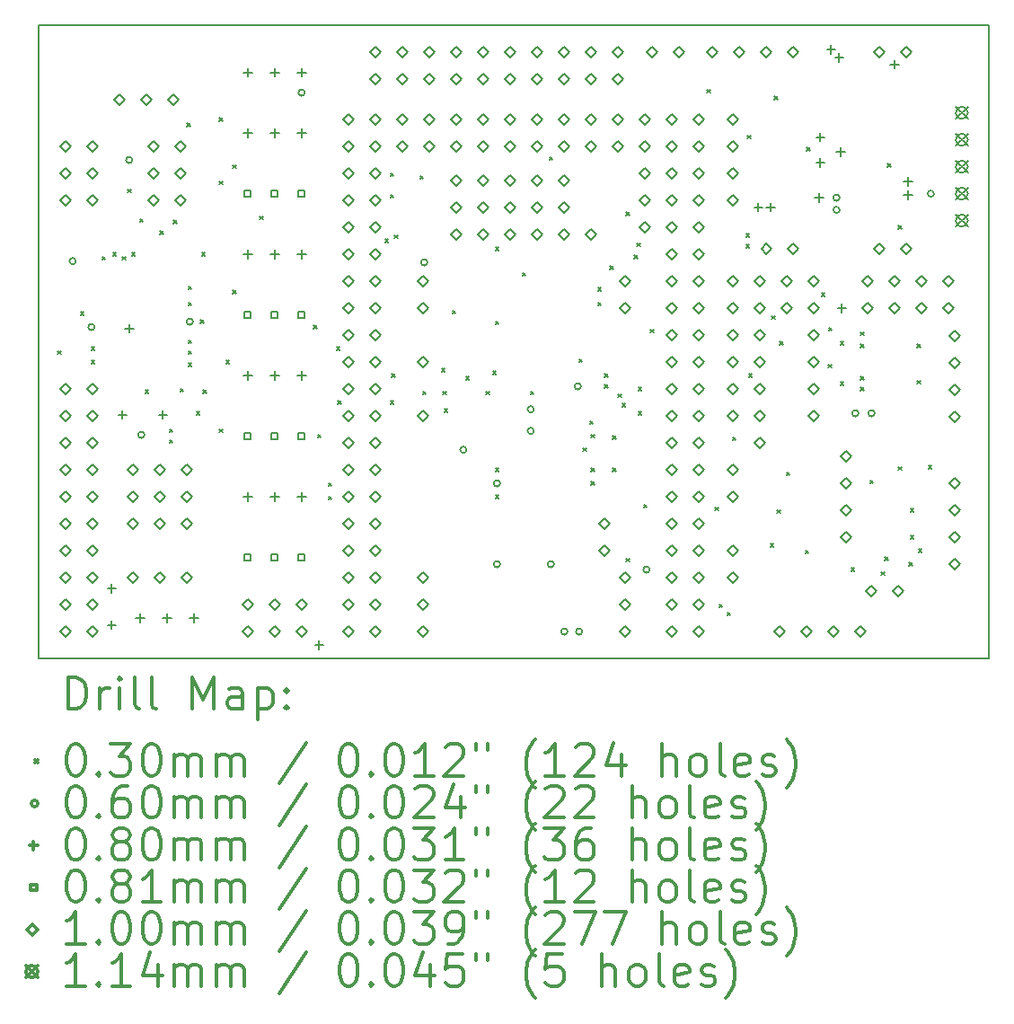
<source format=gbr>
%FSLAX45Y45*%
G04 Gerber Fmt 4.5, Leading zero omitted, Abs format (unit mm)*
G04 Created by KiCad (PCBNEW (5.0.2)-1) date 22/02/2019 10:35:42*
%MOMM*%
%LPD*%
G01*
G04 APERTURE LIST*
%ADD10C,0.200000*%
%ADD11C,0.300000*%
G04 APERTURE END LIST*
D10*
X14017752Y-6187948D02*
X14017752Y-12156948D01*
X22971252Y-6187948D02*
X14017752Y-6187948D01*
X22971252Y-12156948D02*
X22971252Y-6187948D01*
X14017752Y-12156948D02*
X22971252Y-12156948D01*
D10*
X14193252Y-9259048D02*
X14223252Y-9289048D01*
X14223252Y-9259048D02*
X14193252Y-9289048D01*
X14409152Y-8890748D02*
X14439152Y-8920748D01*
X14439152Y-8890748D02*
X14409152Y-8920748D01*
X14510752Y-9220948D02*
X14540752Y-9250948D01*
X14540752Y-9220948D02*
X14510752Y-9250948D01*
X14511006Y-9347694D02*
X14541006Y-9377694D01*
X14541006Y-9347694D02*
X14511006Y-9377694D01*
X14612352Y-8370048D02*
X14642352Y-8400048D01*
X14642352Y-8370048D02*
X14612352Y-8400048D01*
X14713952Y-8331948D02*
X14743952Y-8361948D01*
X14743952Y-8331948D02*
X14713952Y-8361948D01*
X14802852Y-8370048D02*
X14832852Y-8400048D01*
X14832852Y-8370048D02*
X14802852Y-8400048D01*
X14853652Y-7735048D02*
X14883652Y-7765048D01*
X14883652Y-7735048D02*
X14853652Y-7765048D01*
X14891752Y-8331948D02*
X14921752Y-8361948D01*
X14921752Y-8331948D02*
X14891752Y-8361948D01*
X14967952Y-8014448D02*
X14997952Y-8044448D01*
X14997952Y-8014448D02*
X14967952Y-8044448D01*
X15018752Y-9627348D02*
X15048752Y-9657348D01*
X15048752Y-9627348D02*
X15018752Y-9657348D01*
X15158452Y-8128748D02*
X15188452Y-8158748D01*
X15188452Y-8128748D02*
X15158452Y-8158748D01*
X15247352Y-9995648D02*
X15277352Y-10025648D01*
X15277352Y-9995648D02*
X15247352Y-10025648D01*
X15247352Y-10097248D02*
X15277352Y-10127248D01*
X15277352Y-10097248D02*
X15247352Y-10127248D01*
X15285452Y-8027148D02*
X15315452Y-8057148D01*
X15315452Y-8027148D02*
X15285452Y-8057148D01*
X15348952Y-9614648D02*
X15378952Y-9644648D01*
X15378952Y-9614648D02*
X15348952Y-9644648D01*
X15412452Y-7112748D02*
X15442452Y-7142748D01*
X15442452Y-7112748D02*
X15412452Y-7142748D01*
X15425152Y-8649448D02*
X15455152Y-8679448D01*
X15455152Y-8649448D02*
X15425152Y-8679448D01*
X15425152Y-8799448D02*
X15455152Y-8829448D01*
X15455152Y-8799448D02*
X15425152Y-8829448D01*
X15425152Y-9157448D02*
X15455152Y-9187448D01*
X15455152Y-9157448D02*
X15425152Y-9187448D01*
X15425152Y-9259048D02*
X15455152Y-9289048D01*
X15455152Y-9259048D02*
X15425152Y-9289048D01*
X15425152Y-9373348D02*
X15455152Y-9403348D01*
X15455152Y-9373348D02*
X15425152Y-9403348D01*
X15501352Y-9830548D02*
X15531352Y-9860548D01*
X15531352Y-9830548D02*
X15501352Y-9860548D01*
X15539452Y-8966948D02*
X15569452Y-8996948D01*
X15569452Y-8966948D02*
X15539452Y-8996948D01*
X15552152Y-8331948D02*
X15582152Y-8361948D01*
X15582152Y-8331948D02*
X15552152Y-8361948D01*
X15564852Y-9627348D02*
X15594852Y-9657348D01*
X15594852Y-9627348D02*
X15564852Y-9657348D01*
X15717252Y-7061948D02*
X15747252Y-7091948D01*
X15747252Y-7061948D02*
X15717252Y-7091948D01*
X15717252Y-7658848D02*
X15747252Y-7688848D01*
X15747252Y-7658848D02*
X15717252Y-7688848D01*
X15717252Y-9995648D02*
X15747252Y-10025648D01*
X15747252Y-9995648D02*
X15717252Y-10025648D01*
X15780752Y-9347948D02*
X15810752Y-9377948D01*
X15810752Y-9347948D02*
X15780752Y-9377948D01*
X15844252Y-7506448D02*
X15874252Y-7536448D01*
X15874252Y-7506448D02*
X15844252Y-7536448D01*
X15844252Y-8687548D02*
X15874252Y-8717548D01*
X15874252Y-8687548D02*
X15844252Y-8717548D01*
X16098252Y-7989048D02*
X16128252Y-8019048D01*
X16128252Y-7989048D02*
X16098252Y-8019048D01*
X16606252Y-9017748D02*
X16636252Y-9047748D01*
X16636252Y-9017748D02*
X16606252Y-9047748D01*
X16644352Y-10046448D02*
X16674352Y-10076448D01*
X16674352Y-10046448D02*
X16644352Y-10076448D01*
X16745952Y-10503648D02*
X16775952Y-10533648D01*
X16775952Y-10503648D02*
X16745952Y-10533648D01*
X16745952Y-10630648D02*
X16775952Y-10660648D01*
X16775952Y-10630648D02*
X16745952Y-10660648D01*
X16822152Y-9220948D02*
X16852152Y-9250948D01*
X16852152Y-9220948D02*
X16822152Y-9250948D01*
X16834852Y-9728948D02*
X16864852Y-9758948D01*
X16864852Y-9728948D02*
X16834852Y-9758948D01*
X17279352Y-8204948D02*
X17309352Y-8234948D01*
X17309352Y-8204948D02*
X17279352Y-8234948D01*
X17330152Y-7582648D02*
X17360152Y-7612648D01*
X17360152Y-7582648D02*
X17330152Y-7612648D01*
X17330152Y-7785848D02*
X17360152Y-7815848D01*
X17360152Y-7785848D02*
X17330152Y-7815848D01*
X17330152Y-9728948D02*
X17360152Y-9758948D01*
X17360152Y-9728948D02*
X17330152Y-9758948D01*
X17342852Y-9474948D02*
X17372852Y-9504948D01*
X17372852Y-9474948D02*
X17342852Y-9504948D01*
X17368252Y-8166848D02*
X17398252Y-8196848D01*
X17398252Y-8166848D02*
X17368252Y-8196848D01*
X17609552Y-7608048D02*
X17639552Y-7638048D01*
X17639552Y-7608048D02*
X17609552Y-7638048D01*
X17634952Y-9640048D02*
X17664952Y-9670048D01*
X17664952Y-9640048D02*
X17634952Y-9670048D01*
X17812752Y-9424148D02*
X17842752Y-9454148D01*
X17842752Y-9424148D02*
X17812752Y-9454148D01*
X17825452Y-9640048D02*
X17855452Y-9670048D01*
X17855452Y-9640048D02*
X17825452Y-9670048D01*
X17838152Y-9805148D02*
X17868152Y-9835148D01*
X17868152Y-9805148D02*
X17838152Y-9835148D01*
X17914352Y-8878048D02*
X17944352Y-8908048D01*
X17944352Y-8878048D02*
X17914352Y-8908048D01*
X18041352Y-9500348D02*
X18071352Y-9530348D01*
X18071352Y-9500348D02*
X18041352Y-9530348D01*
X18231852Y-9640048D02*
X18261852Y-9670048D01*
X18261852Y-9640048D02*
X18231852Y-9670048D01*
X18295352Y-9449548D02*
X18325352Y-9479548D01*
X18325352Y-9449548D02*
X18295352Y-9479548D01*
X18320752Y-8281148D02*
X18350752Y-8311148D01*
X18350752Y-8281148D02*
X18320752Y-8311148D01*
X18320752Y-8979648D02*
X18350752Y-9009648D01*
X18350752Y-8979648D02*
X18320752Y-9009648D01*
X18320752Y-10363948D02*
X18350752Y-10393948D01*
X18350752Y-10363948D02*
X18320752Y-10393948D01*
X18320752Y-10617948D02*
X18350752Y-10647948D01*
X18350752Y-10617948D02*
X18320752Y-10647948D01*
X18574752Y-8522448D02*
X18604752Y-8552448D01*
X18604752Y-8522448D02*
X18574752Y-8552448D01*
X18650952Y-9640048D02*
X18680952Y-9670048D01*
X18680952Y-9640048D02*
X18650952Y-9670048D01*
X18828752Y-7430248D02*
X18858752Y-7460248D01*
X18858752Y-7430248D02*
X18828752Y-7460248D01*
X19108152Y-9335248D02*
X19138152Y-9365248D01*
X19138152Y-9335248D02*
X19108152Y-9365248D01*
X19146252Y-10173448D02*
X19176252Y-10203448D01*
X19176252Y-10173448D02*
X19146252Y-10203448D01*
X19209752Y-9919448D02*
X19239752Y-9949448D01*
X19239752Y-9919448D02*
X19209752Y-9949448D01*
X19222452Y-10046448D02*
X19252452Y-10076448D01*
X19252452Y-10046448D02*
X19222452Y-10076448D01*
X19222452Y-10363948D02*
X19252452Y-10393948D01*
X19252452Y-10363948D02*
X19222452Y-10393948D01*
X19222452Y-10490948D02*
X19252452Y-10520948D01*
X19252452Y-10490948D02*
X19222452Y-10520948D01*
X19285952Y-8662148D02*
X19315952Y-8692148D01*
X19315952Y-8662148D02*
X19285952Y-8692148D01*
X19285952Y-8801848D02*
X19315952Y-8831848D01*
X19315952Y-8801848D02*
X19285952Y-8831848D01*
X19349452Y-9474948D02*
X19379452Y-9504948D01*
X19379452Y-9474948D02*
X19349452Y-9504948D01*
X19349452Y-9576548D02*
X19379452Y-9606548D01*
X19379452Y-9576548D02*
X19349452Y-9606548D01*
X19400252Y-8458948D02*
X19430252Y-8488948D01*
X19430252Y-8458948D02*
X19400252Y-8488948D01*
X19425652Y-10059148D02*
X19455652Y-10089148D01*
X19455652Y-10059148D02*
X19425652Y-10089148D01*
X19425652Y-10363948D02*
X19455652Y-10393948D01*
X19455652Y-10363948D02*
X19425652Y-10393948D01*
X19476452Y-9665448D02*
X19506452Y-9695448D01*
X19506452Y-9665448D02*
X19476452Y-9695448D01*
X19514552Y-9754348D02*
X19544552Y-9784348D01*
X19544552Y-9754348D02*
X19514552Y-9784348D01*
X19552652Y-7950948D02*
X19582652Y-7980948D01*
X19582652Y-7950948D02*
X19552652Y-7980948D01*
X19552652Y-11214848D02*
X19582652Y-11244848D01*
X19582652Y-11214848D02*
X19552652Y-11244848D01*
X19628852Y-8357348D02*
X19658852Y-8387348D01*
X19658852Y-8357348D02*
X19628852Y-8387348D01*
X19654252Y-8243048D02*
X19684252Y-8273048D01*
X19684252Y-8243048D02*
X19654252Y-8273048D01*
X19666952Y-9601948D02*
X19696952Y-9631948D01*
X19696952Y-9601948D02*
X19666952Y-9631948D01*
X19666952Y-9830548D02*
X19696952Y-9860548D01*
X19696952Y-9830548D02*
X19666952Y-9860548D01*
X19717752Y-10706848D02*
X19747752Y-10736848D01*
X19747752Y-10706848D02*
X19717752Y-10736848D01*
X19781252Y-9055848D02*
X19811252Y-9085848D01*
X19811252Y-9055848D02*
X19781252Y-9085848D01*
X20314652Y-6795248D02*
X20344652Y-6825248D01*
X20344652Y-6795248D02*
X20314652Y-6825248D01*
X20390852Y-10732248D02*
X20420852Y-10762248D01*
X20420852Y-10732248D02*
X20390852Y-10762248D01*
X20428952Y-11646648D02*
X20458952Y-11676648D01*
X20458952Y-11646648D02*
X20428952Y-11676648D01*
X20505152Y-11722848D02*
X20535152Y-11752848D01*
X20535152Y-11722848D02*
X20505152Y-11752848D01*
X20555952Y-10071848D02*
X20585952Y-10101848D01*
X20585952Y-10071848D02*
X20555952Y-10101848D01*
X20682952Y-8154148D02*
X20712952Y-8184148D01*
X20712952Y-8154148D02*
X20682952Y-8184148D01*
X20682952Y-8255748D02*
X20712952Y-8285748D01*
X20712952Y-8255748D02*
X20682952Y-8285748D01*
X20695652Y-7227048D02*
X20725652Y-7257048D01*
X20725652Y-7227048D02*
X20695652Y-7257048D01*
X20708352Y-9474948D02*
X20738352Y-9504948D01*
X20738352Y-9474948D02*
X20708352Y-9504948D01*
X20911552Y-11075148D02*
X20941552Y-11105148D01*
X20941552Y-11075148D02*
X20911552Y-11105148D01*
X20924252Y-8928848D02*
X20954252Y-8958848D01*
X20954252Y-8928848D02*
X20924252Y-8958848D01*
X20949652Y-6858748D02*
X20979652Y-6888748D01*
X20979652Y-6858748D02*
X20949652Y-6888748D01*
X20975052Y-10757648D02*
X21005052Y-10787648D01*
X21005052Y-10757648D02*
X20975052Y-10787648D01*
X21000452Y-9170148D02*
X21030452Y-9200148D01*
X21030452Y-9170148D02*
X21000452Y-9200148D01*
X21063952Y-10402048D02*
X21093952Y-10432048D01*
X21093952Y-10402048D02*
X21063952Y-10432048D01*
X21241752Y-11138648D02*
X21271752Y-11168648D01*
X21271752Y-11138648D02*
X21241752Y-11168648D01*
X21254452Y-7341348D02*
X21284452Y-7371348D01*
X21284452Y-7341348D02*
X21254452Y-7371348D01*
X21394152Y-8712948D02*
X21424152Y-8742948D01*
X21424152Y-8712948D02*
X21394152Y-8742948D01*
X21457652Y-9386048D02*
X21487652Y-9416048D01*
X21487652Y-9386048D02*
X21457652Y-9416048D01*
X21464002Y-9036798D02*
X21494002Y-9066798D01*
X21494002Y-9036798D02*
X21464002Y-9066798D01*
X21571952Y-9170148D02*
X21601952Y-9200148D01*
X21601952Y-9170148D02*
X21571952Y-9200148D01*
X21571952Y-9551148D02*
X21601952Y-9581148D01*
X21601952Y-9551148D02*
X21571952Y-9581148D01*
X21673552Y-11303748D02*
X21703552Y-11333748D01*
X21703552Y-11303748D02*
X21673552Y-11333748D01*
X21762452Y-9081248D02*
X21792452Y-9111248D01*
X21792452Y-9081248D02*
X21762452Y-9111248D01*
X21762452Y-9195548D02*
X21792452Y-9225548D01*
X21792452Y-9195548D02*
X21762452Y-9225548D01*
X21762452Y-9500348D02*
X21792452Y-9530348D01*
X21792452Y-9500348D02*
X21762452Y-9530348D01*
X21762452Y-9601948D02*
X21792452Y-9631948D01*
X21792452Y-9601948D02*
X21762452Y-9631948D01*
X21851352Y-10478248D02*
X21881352Y-10508248D01*
X21881352Y-10478248D02*
X21851352Y-10508248D01*
X21959302Y-11341848D02*
X21989302Y-11371848D01*
X21989302Y-11341848D02*
X21959302Y-11371848D01*
X21991052Y-11202148D02*
X22021052Y-11232148D01*
X22021052Y-11202148D02*
X21991052Y-11232148D01*
X22016452Y-7493748D02*
X22046452Y-7523748D01*
X22046452Y-7493748D02*
X22016452Y-7523748D01*
X22118052Y-8077948D02*
X22148052Y-8107948D01*
X22148052Y-8077948D02*
X22118052Y-8107948D01*
X22118052Y-10351248D02*
X22148052Y-10381248D01*
X22148052Y-10351248D02*
X22118052Y-10381248D01*
X22219652Y-11252948D02*
X22249652Y-11282948D01*
X22249652Y-11252948D02*
X22219652Y-11282948D01*
X22232352Y-10744948D02*
X22262352Y-10774948D01*
X22262352Y-10744948D02*
X22232352Y-10774948D01*
X22232352Y-10998948D02*
X22262352Y-11028948D01*
X22262352Y-10998948D02*
X22232352Y-11028948D01*
X22295852Y-9195548D02*
X22325852Y-9225548D01*
X22325852Y-9195548D02*
X22295852Y-9225548D01*
X22295852Y-9538448D02*
X22325852Y-9568448D01*
X22325852Y-9538448D02*
X22295852Y-9568448D01*
X22308552Y-11125948D02*
X22338552Y-11155948D01*
X22338552Y-11125948D02*
X22308552Y-11155948D01*
X22402752Y-10338548D02*
X22432752Y-10368548D01*
X22432752Y-10338548D02*
X22402752Y-10368548D01*
X14365252Y-8410448D02*
G75*
G03X14365252Y-8410448I-30000J0D01*
G01*
X14543052Y-9032748D02*
G75*
G03X14543052Y-9032748I-30000J0D01*
G01*
X14898652Y-7457948D02*
G75*
G03X14898652Y-7457948I-30000J0D01*
G01*
X15012952Y-10048748D02*
G75*
G03X15012952Y-10048748I-30000J0D01*
G01*
X15470152Y-8981948D02*
G75*
G03X15470152Y-8981948I-30000J0D01*
G01*
X16524252Y-6822948D02*
G75*
G03X16524252Y-6822948I-30000J0D01*
G01*
X17679952Y-8423148D02*
G75*
G03X17679952Y-8423148I-30000J0D01*
G01*
X18048252Y-10188448D02*
G75*
G03X18048252Y-10188448I-30000J0D01*
G01*
X18365752Y-10505948D02*
G75*
G03X18365752Y-10505948I-30000J0D01*
G01*
X18365752Y-11267948D02*
G75*
G03X18365752Y-11267948I-30000J0D01*
G01*
X18683252Y-9807448D02*
G75*
G03X18683252Y-9807448I-30000J0D01*
G01*
X18683252Y-10010648D02*
G75*
G03X18683252Y-10010648I-30000J0D01*
G01*
X18873752Y-11267948D02*
G75*
G03X18873752Y-11267948I-30000J0D01*
G01*
X19000752Y-11902948D02*
G75*
G03X19000752Y-11902948I-30000J0D01*
G01*
X19127752Y-9591548D02*
G75*
G03X19127752Y-9591548I-30000J0D01*
G01*
X19140452Y-11902948D02*
G75*
G03X19140452Y-11902948I-30000J0D01*
G01*
X19775452Y-11318748D02*
G75*
G03X19775452Y-11318748I-30000J0D01*
G01*
X21566152Y-7813548D02*
G75*
G03X21566152Y-7813548I-30000J0D01*
G01*
X21566152Y-7927848D02*
G75*
G03X21566152Y-7927848I-30000J0D01*
G01*
X21743952Y-9845548D02*
G75*
G03X21743952Y-9845548I-30000J0D01*
G01*
X21896352Y-9845548D02*
G75*
G03X21896352Y-9845548I-30000J0D01*
G01*
X22455152Y-7775448D02*
G75*
G03X22455152Y-7775448I-30000J0D01*
G01*
X14703552Y-11456548D02*
X14703552Y-11536548D01*
X14663552Y-11496548D02*
X14743552Y-11496548D01*
X14703552Y-11799448D02*
X14703552Y-11879448D01*
X14663552Y-11839448D02*
X14743552Y-11839448D01*
X14805152Y-9818248D02*
X14805152Y-9898248D01*
X14765152Y-9858248D02*
X14845152Y-9858248D01*
X14868652Y-9005448D02*
X14868652Y-9085448D01*
X14828652Y-9045448D02*
X14908652Y-9045448D01*
X15186152Y-9818248D02*
X15186152Y-9898248D01*
X15146152Y-9858248D02*
X15226152Y-9858248D01*
X16659352Y-11989948D02*
X16659352Y-12069948D01*
X16619352Y-12029948D02*
X16699352Y-12029948D01*
X20799552Y-7862448D02*
X20799552Y-7942448D01*
X20759552Y-7902448D02*
X20839552Y-7902448D01*
X20913852Y-7862448D02*
X20913852Y-7942448D01*
X20873852Y-7902448D02*
X20953852Y-7902448D01*
X21371052Y-7773548D02*
X21371052Y-7853548D01*
X21331052Y-7813548D02*
X21411052Y-7813548D01*
X21383752Y-7202048D02*
X21383752Y-7282048D01*
X21343752Y-7242048D02*
X21423752Y-7242048D01*
X21383752Y-7443348D02*
X21383752Y-7523348D01*
X21343752Y-7483348D02*
X21423752Y-7483348D01*
X21485352Y-6376548D02*
X21485352Y-6456548D01*
X21445352Y-6416548D02*
X21525352Y-6416548D01*
X21561552Y-6452748D02*
X21561552Y-6532748D01*
X21521552Y-6492748D02*
X21601552Y-6492748D01*
X21574252Y-7341748D02*
X21574252Y-7421748D01*
X21534252Y-7381748D02*
X21614252Y-7381748D01*
X21586952Y-8814948D02*
X21586952Y-8894948D01*
X21546952Y-8854948D02*
X21626952Y-8854948D01*
X22082252Y-6516248D02*
X22082252Y-6596248D01*
X22042252Y-6556248D02*
X22122252Y-6556248D01*
X22209252Y-7621148D02*
X22209252Y-7701148D01*
X22169252Y-7661148D02*
X22249252Y-7661148D01*
X22209252Y-7748148D02*
X22209252Y-7828148D01*
X22169252Y-7788148D02*
X22249252Y-7788148D01*
X14970252Y-11735948D02*
X14970252Y-11815948D01*
X14930252Y-11775948D02*
X15010252Y-11775948D01*
X15224252Y-11735948D02*
X15224252Y-11815948D01*
X15184252Y-11775948D02*
X15264252Y-11775948D01*
X15478252Y-11735948D02*
X15478252Y-11815948D01*
X15438252Y-11775948D02*
X15518252Y-11775948D01*
X15986252Y-10592948D02*
X15986252Y-10672948D01*
X15946252Y-10632948D02*
X16026252Y-10632948D01*
X16240252Y-10592948D02*
X16240252Y-10672948D01*
X16200252Y-10632948D02*
X16280252Y-10632948D01*
X16494252Y-10592948D02*
X16494252Y-10672948D01*
X16454252Y-10632948D02*
X16534252Y-10632948D01*
X15986252Y-9449948D02*
X15986252Y-9529948D01*
X15946252Y-9489948D02*
X16026252Y-9489948D01*
X16240252Y-9449948D02*
X16240252Y-9529948D01*
X16200252Y-9489948D02*
X16280252Y-9489948D01*
X16494252Y-9449948D02*
X16494252Y-9529948D01*
X16454252Y-9489948D02*
X16534252Y-9489948D01*
X15986252Y-8306948D02*
X15986252Y-8386948D01*
X15946252Y-8346948D02*
X16026252Y-8346948D01*
X16240252Y-8306948D02*
X16240252Y-8386948D01*
X16200252Y-8346948D02*
X16280252Y-8346948D01*
X16494252Y-8306948D02*
X16494252Y-8386948D01*
X16454252Y-8346948D02*
X16534252Y-8346948D01*
X15986252Y-7163948D02*
X15986252Y-7243948D01*
X15946252Y-7203948D02*
X16026252Y-7203948D01*
X16240252Y-7163948D02*
X16240252Y-7243948D01*
X16200252Y-7203948D02*
X16280252Y-7203948D01*
X16494252Y-7163948D02*
X16494252Y-7243948D01*
X16454252Y-7203948D02*
X16534252Y-7203948D01*
X15986252Y-6592448D02*
X15986252Y-6672448D01*
X15946252Y-6632448D02*
X16026252Y-6632448D01*
X16240252Y-6592448D02*
X16240252Y-6672448D01*
X16200252Y-6632448D02*
X16280252Y-6632448D01*
X16494252Y-6592448D02*
X16494252Y-6672448D01*
X16454252Y-6632448D02*
X16534252Y-6632448D01*
X16014989Y-11233185D02*
X16014989Y-11175711D01*
X15957515Y-11175711D01*
X15957515Y-11233185D01*
X16014989Y-11233185D01*
X16268989Y-11233185D02*
X16268989Y-11175711D01*
X16211515Y-11175711D01*
X16211515Y-11233185D01*
X16268989Y-11233185D01*
X16522989Y-11233185D02*
X16522989Y-11175711D01*
X16465515Y-11175711D01*
X16465515Y-11233185D01*
X16522989Y-11233185D01*
X16014989Y-10090185D02*
X16014989Y-10032711D01*
X15957515Y-10032711D01*
X15957515Y-10090185D01*
X16014989Y-10090185D01*
X16268989Y-10090185D02*
X16268989Y-10032711D01*
X16211515Y-10032711D01*
X16211515Y-10090185D01*
X16268989Y-10090185D01*
X16522989Y-10090185D02*
X16522989Y-10032711D01*
X16465515Y-10032711D01*
X16465515Y-10090185D01*
X16522989Y-10090185D01*
X16014989Y-8947185D02*
X16014989Y-8889711D01*
X15957515Y-8889711D01*
X15957515Y-8947185D01*
X16014989Y-8947185D01*
X16268989Y-8947185D02*
X16268989Y-8889711D01*
X16211515Y-8889711D01*
X16211515Y-8947185D01*
X16268989Y-8947185D01*
X16522989Y-8947185D02*
X16522989Y-8889711D01*
X16465515Y-8889711D01*
X16465515Y-8947185D01*
X16522989Y-8947185D01*
X16014989Y-7804185D02*
X16014989Y-7746711D01*
X15957515Y-7746711D01*
X15957515Y-7804185D01*
X16014989Y-7804185D01*
X16268989Y-7804185D02*
X16268989Y-7746711D01*
X16211515Y-7746711D01*
X16211515Y-7804185D01*
X16268989Y-7804185D01*
X16522989Y-7804185D02*
X16522989Y-7746711D01*
X16465515Y-7746711D01*
X16465515Y-7804185D01*
X16522989Y-7804185D01*
X17954752Y-7698448D02*
X18004752Y-7648448D01*
X17954752Y-7598448D01*
X17904752Y-7648448D01*
X17954752Y-7698448D01*
X17954752Y-7952448D02*
X18004752Y-7902448D01*
X17954752Y-7852448D01*
X17904752Y-7902448D01*
X17954752Y-7952448D01*
X18208752Y-7698448D02*
X18258752Y-7648448D01*
X18208752Y-7598448D01*
X18158752Y-7648448D01*
X18208752Y-7698448D01*
X18208752Y-7952448D02*
X18258752Y-7902448D01*
X18208752Y-7852448D01*
X18158752Y-7902448D01*
X18208752Y-7952448D01*
X18462752Y-7698448D02*
X18512752Y-7648448D01*
X18462752Y-7598448D01*
X18412752Y-7648448D01*
X18462752Y-7698448D01*
X18462752Y-7952448D02*
X18512752Y-7902448D01*
X18462752Y-7852448D01*
X18412752Y-7902448D01*
X18462752Y-7952448D01*
X18716752Y-7698448D02*
X18766752Y-7648448D01*
X18716752Y-7598448D01*
X18666752Y-7648448D01*
X18716752Y-7698448D01*
X18716752Y-7952448D02*
X18766752Y-7902448D01*
X18716752Y-7852448D01*
X18666752Y-7902448D01*
X18716752Y-7952448D01*
X18970752Y-7698448D02*
X19020752Y-7648448D01*
X18970752Y-7598448D01*
X18920752Y-7648448D01*
X18970752Y-7698448D01*
X18970752Y-7952448D02*
X19020752Y-7902448D01*
X18970752Y-7852448D01*
X18920752Y-7902448D01*
X18970752Y-7952448D01*
X17637252Y-8650948D02*
X17687252Y-8600948D01*
X17637252Y-8550948D01*
X17587252Y-8600948D01*
X17637252Y-8650948D01*
X17637252Y-8904948D02*
X17687252Y-8854948D01*
X17637252Y-8804948D01*
X17587252Y-8854948D01*
X17637252Y-8904948D01*
X17637252Y-9412948D02*
X17687252Y-9362948D01*
X17637252Y-9312948D01*
X17587252Y-9362948D01*
X17637252Y-9412948D01*
X17637252Y-9920948D02*
X17687252Y-9870948D01*
X17637252Y-9820948D01*
X17587252Y-9870948D01*
X17637252Y-9920948D01*
X17637252Y-11444948D02*
X17687252Y-11394948D01*
X17637252Y-11344948D01*
X17587252Y-11394948D01*
X17637252Y-11444948D01*
X17637252Y-11698948D02*
X17687252Y-11648948D01*
X17637252Y-11598948D01*
X17587252Y-11648948D01*
X17637252Y-11698948D01*
X17637252Y-11952948D02*
X17687252Y-11902948D01*
X17637252Y-11852948D01*
X17587252Y-11902948D01*
X17637252Y-11952948D01*
X19542252Y-8650948D02*
X19592252Y-8600948D01*
X19542252Y-8550948D01*
X19492252Y-8600948D01*
X19542252Y-8650948D01*
X19542252Y-8904948D02*
X19592252Y-8854948D01*
X19542252Y-8804948D01*
X19492252Y-8854948D01*
X19542252Y-8904948D01*
X19542252Y-11444948D02*
X19592252Y-11394948D01*
X19542252Y-11344948D01*
X19492252Y-11394948D01*
X19542252Y-11444948D01*
X19542252Y-11698948D02*
X19592252Y-11648948D01*
X19542252Y-11598948D01*
X19492252Y-11648948D01*
X19542252Y-11698948D01*
X19542252Y-11952948D02*
X19592252Y-11902948D01*
X19542252Y-11852948D01*
X19492252Y-11902948D01*
X19542252Y-11952948D01*
X22653752Y-10555948D02*
X22703752Y-10505948D01*
X22653752Y-10455948D01*
X22603752Y-10505948D01*
X22653752Y-10555948D01*
X22653752Y-10809948D02*
X22703752Y-10759948D01*
X22653752Y-10709948D01*
X22603752Y-10759948D01*
X22653752Y-10809948D01*
X22653752Y-11063948D02*
X22703752Y-11013948D01*
X22653752Y-10963948D01*
X22603752Y-11013948D01*
X22653752Y-11063948D01*
X22653752Y-11317948D02*
X22703752Y-11267948D01*
X22653752Y-11217948D01*
X22603752Y-11267948D01*
X22653752Y-11317948D01*
X21002752Y-11952948D02*
X21052752Y-11902948D01*
X21002752Y-11852948D01*
X20952752Y-11902948D01*
X21002752Y-11952948D01*
X21256752Y-11952948D02*
X21306752Y-11902948D01*
X21256752Y-11852948D01*
X21206752Y-11902948D01*
X21256752Y-11952948D01*
X21510752Y-11952948D02*
X21560752Y-11902948D01*
X21510752Y-11852948D01*
X21460752Y-11902948D01*
X21510752Y-11952948D01*
X21764752Y-11952948D02*
X21814752Y-11902948D01*
X21764752Y-11852948D01*
X21714752Y-11902948D01*
X21764752Y-11952948D01*
X20558252Y-11190948D02*
X20608252Y-11140948D01*
X20558252Y-11090948D01*
X20508252Y-11140948D01*
X20558252Y-11190948D01*
X20558252Y-11444948D02*
X20608252Y-11394948D01*
X20558252Y-11344948D01*
X20508252Y-11394948D01*
X20558252Y-11444948D01*
X21625052Y-10301948D02*
X21675052Y-10251948D01*
X21625052Y-10201948D01*
X21575052Y-10251948D01*
X21625052Y-10301948D01*
X21625052Y-10555948D02*
X21675052Y-10505948D01*
X21625052Y-10455948D01*
X21575052Y-10505948D01*
X21625052Y-10555948D01*
X21625052Y-10809948D02*
X21675052Y-10759948D01*
X21625052Y-10709948D01*
X21575052Y-10759948D01*
X21625052Y-10809948D01*
X21625052Y-11063948D02*
X21675052Y-11013948D01*
X21625052Y-10963948D01*
X21575052Y-11013948D01*
X21625052Y-11063948D01*
X20558252Y-10428948D02*
X20608252Y-10378948D01*
X20558252Y-10328948D01*
X20508252Y-10378948D01*
X20558252Y-10428948D01*
X20558252Y-10682948D02*
X20608252Y-10632948D01*
X20558252Y-10582948D01*
X20508252Y-10632948D01*
X20558252Y-10682948D01*
X20558252Y-9158948D02*
X20608252Y-9108948D01*
X20558252Y-9058948D01*
X20508252Y-9108948D01*
X20558252Y-9158948D01*
X20558252Y-9412948D02*
X20608252Y-9362948D01*
X20558252Y-9312948D01*
X20508252Y-9362948D01*
X20558252Y-9412948D01*
X20558252Y-9666948D02*
X20608252Y-9616948D01*
X20558252Y-9566948D01*
X20508252Y-9616948D01*
X20558252Y-9666948D01*
X20558252Y-9920948D02*
X20608252Y-9870948D01*
X20558252Y-9820948D01*
X20508252Y-9870948D01*
X20558252Y-9920948D01*
X21320252Y-9160218D02*
X21370252Y-9110218D01*
X21320252Y-9060218D01*
X21270252Y-9110218D01*
X21320252Y-9160218D01*
X21320252Y-9160218D02*
X21370252Y-9110218D01*
X21320252Y-9060218D01*
X21270252Y-9110218D01*
X21320252Y-9160218D01*
X21320252Y-9414218D02*
X21370252Y-9364218D01*
X21320252Y-9314218D01*
X21270252Y-9364218D01*
X21320252Y-9414218D01*
X21320252Y-9414218D02*
X21370252Y-9364218D01*
X21320252Y-9314218D01*
X21270252Y-9364218D01*
X21320252Y-9414218D01*
X21320252Y-9668218D02*
X21370252Y-9618218D01*
X21320252Y-9568218D01*
X21270252Y-9618218D01*
X21320252Y-9668218D01*
X21320252Y-9668218D02*
X21370252Y-9618218D01*
X21320252Y-9568218D01*
X21270252Y-9618218D01*
X21320252Y-9668218D01*
X21320252Y-9922218D02*
X21370252Y-9872218D01*
X21320252Y-9822218D01*
X21270252Y-9872218D01*
X21320252Y-9922218D01*
X21320252Y-9922218D02*
X21370252Y-9872218D01*
X21320252Y-9822218D01*
X21270252Y-9872218D01*
X21320252Y-9922218D01*
X22653752Y-9165298D02*
X22703752Y-9115298D01*
X22653752Y-9065298D01*
X22603752Y-9115298D01*
X22653752Y-9165298D01*
X22653752Y-9419298D02*
X22703752Y-9369298D01*
X22653752Y-9319298D01*
X22603752Y-9369298D01*
X22653752Y-9419298D01*
X22653752Y-9673298D02*
X22703752Y-9623298D01*
X22653752Y-9573298D01*
X22603752Y-9623298D01*
X22653752Y-9673298D01*
X22653752Y-9927298D02*
X22703752Y-9877298D01*
X22653752Y-9827298D01*
X22603752Y-9877298D01*
X22653752Y-9927298D01*
X20367752Y-6491948D02*
X20417752Y-6441948D01*
X20367752Y-6391948D01*
X20317752Y-6441948D01*
X20367752Y-6491948D01*
X20621752Y-6491948D02*
X20671752Y-6441948D01*
X20621752Y-6391948D01*
X20571752Y-6441948D01*
X20621752Y-6491948D01*
X19796252Y-6491948D02*
X19846252Y-6441948D01*
X19796252Y-6391948D01*
X19746252Y-6441948D01*
X19796252Y-6491948D01*
X20050252Y-6491948D02*
X20100252Y-6441948D01*
X20050252Y-6391948D01*
X20000252Y-6441948D01*
X20050252Y-6491948D01*
X17954752Y-8206448D02*
X18004752Y-8156448D01*
X17954752Y-8106448D01*
X17904752Y-8156448D01*
X17954752Y-8206448D01*
X18208752Y-8206448D02*
X18258752Y-8156448D01*
X18208752Y-8106448D01*
X18158752Y-8156448D01*
X18208752Y-8206448D01*
X18462752Y-8206448D02*
X18512752Y-8156448D01*
X18462752Y-8106448D01*
X18412752Y-8156448D01*
X18462752Y-8206448D01*
X18716752Y-8206448D02*
X18766752Y-8156448D01*
X18716752Y-8106448D01*
X18666752Y-8156448D01*
X18716752Y-8206448D01*
X18970752Y-8206448D02*
X19020752Y-8156448D01*
X18970752Y-8106448D01*
X18920752Y-8156448D01*
X18970752Y-8206448D01*
X19224752Y-8206448D02*
X19274752Y-8156448D01*
X19224752Y-8106448D01*
X19174752Y-8156448D01*
X19224752Y-8206448D01*
X20812252Y-9158948D02*
X20862252Y-9108948D01*
X20812252Y-9058948D01*
X20762252Y-9108948D01*
X20812252Y-9158948D01*
X20812252Y-9412948D02*
X20862252Y-9362948D01*
X20812252Y-9312948D01*
X20762252Y-9362948D01*
X20812252Y-9412948D01*
X20812252Y-9666948D02*
X20862252Y-9616948D01*
X20812252Y-9566948D01*
X20762252Y-9616948D01*
X20812252Y-9666948D01*
X20812252Y-9920948D02*
X20862252Y-9870948D01*
X20812252Y-9820948D01*
X20762252Y-9870948D01*
X20812252Y-9920948D01*
X20812252Y-10174948D02*
X20862252Y-10124948D01*
X20812252Y-10074948D01*
X20762252Y-10124948D01*
X20812252Y-10174948D01*
X16938752Y-7126948D02*
X16988752Y-7076948D01*
X16938752Y-7026948D01*
X16888752Y-7076948D01*
X16938752Y-7126948D01*
X16938752Y-7380948D02*
X16988752Y-7330948D01*
X16938752Y-7280948D01*
X16888752Y-7330948D01*
X16938752Y-7380948D01*
X16938752Y-7634948D02*
X16988752Y-7584948D01*
X16938752Y-7534948D01*
X16888752Y-7584948D01*
X16938752Y-7634948D01*
X16938752Y-7888948D02*
X16988752Y-7838948D01*
X16938752Y-7788948D01*
X16888752Y-7838948D01*
X16938752Y-7888948D01*
X16938752Y-8142948D02*
X16988752Y-8092948D01*
X16938752Y-8042948D01*
X16888752Y-8092948D01*
X16938752Y-8142948D01*
X16938752Y-8396948D02*
X16988752Y-8346948D01*
X16938752Y-8296948D01*
X16888752Y-8346948D01*
X16938752Y-8396948D01*
X16938752Y-8650948D02*
X16988752Y-8600948D01*
X16938752Y-8550948D01*
X16888752Y-8600948D01*
X16938752Y-8650948D01*
X16938752Y-8904948D02*
X16988752Y-8854948D01*
X16938752Y-8804948D01*
X16888752Y-8854948D01*
X16938752Y-8904948D01*
X16938752Y-9158948D02*
X16988752Y-9108948D01*
X16938752Y-9058948D01*
X16888752Y-9108948D01*
X16938752Y-9158948D01*
X16938752Y-9412948D02*
X16988752Y-9362948D01*
X16938752Y-9312948D01*
X16888752Y-9362948D01*
X16938752Y-9412948D01*
X16938752Y-9666948D02*
X16988752Y-9616948D01*
X16938752Y-9566948D01*
X16888752Y-9616948D01*
X16938752Y-9666948D01*
X16938752Y-9920948D02*
X16988752Y-9870948D01*
X16938752Y-9820948D01*
X16888752Y-9870948D01*
X16938752Y-9920948D01*
X16938752Y-10174948D02*
X16988752Y-10124948D01*
X16938752Y-10074948D01*
X16888752Y-10124948D01*
X16938752Y-10174948D01*
X16938752Y-10428948D02*
X16988752Y-10378948D01*
X16938752Y-10328948D01*
X16888752Y-10378948D01*
X16938752Y-10428948D01*
X16938752Y-10682948D02*
X16988752Y-10632948D01*
X16938752Y-10582948D01*
X16888752Y-10632948D01*
X16938752Y-10682948D01*
X16938752Y-10936948D02*
X16988752Y-10886948D01*
X16938752Y-10836948D01*
X16888752Y-10886948D01*
X16938752Y-10936948D01*
X16938752Y-11190948D02*
X16988752Y-11140948D01*
X16938752Y-11090948D01*
X16888752Y-11140948D01*
X16938752Y-11190948D01*
X16938752Y-11444948D02*
X16988752Y-11394948D01*
X16938752Y-11344948D01*
X16888752Y-11394948D01*
X16938752Y-11444948D01*
X16938752Y-11698948D02*
X16988752Y-11648948D01*
X16938752Y-11598948D01*
X16888752Y-11648948D01*
X16938752Y-11698948D01*
X16938752Y-11952948D02*
X16988752Y-11902948D01*
X16938752Y-11852948D01*
X16888752Y-11902948D01*
X16938752Y-11952948D01*
X17192752Y-7126948D02*
X17242752Y-7076948D01*
X17192752Y-7026948D01*
X17142752Y-7076948D01*
X17192752Y-7126948D01*
X17192752Y-7380948D02*
X17242752Y-7330948D01*
X17192752Y-7280948D01*
X17142752Y-7330948D01*
X17192752Y-7380948D01*
X17192752Y-7634948D02*
X17242752Y-7584948D01*
X17192752Y-7534948D01*
X17142752Y-7584948D01*
X17192752Y-7634948D01*
X17192752Y-7888948D02*
X17242752Y-7838948D01*
X17192752Y-7788948D01*
X17142752Y-7838948D01*
X17192752Y-7888948D01*
X17192752Y-8142948D02*
X17242752Y-8092948D01*
X17192752Y-8042948D01*
X17142752Y-8092948D01*
X17192752Y-8142948D01*
X17192752Y-8396948D02*
X17242752Y-8346948D01*
X17192752Y-8296948D01*
X17142752Y-8346948D01*
X17192752Y-8396948D01*
X17192752Y-8650948D02*
X17242752Y-8600948D01*
X17192752Y-8550948D01*
X17142752Y-8600948D01*
X17192752Y-8650948D01*
X17192752Y-8904948D02*
X17242752Y-8854948D01*
X17192752Y-8804948D01*
X17142752Y-8854948D01*
X17192752Y-8904948D01*
X17192752Y-9158948D02*
X17242752Y-9108948D01*
X17192752Y-9058948D01*
X17142752Y-9108948D01*
X17192752Y-9158948D01*
X17192752Y-9412948D02*
X17242752Y-9362948D01*
X17192752Y-9312948D01*
X17142752Y-9362948D01*
X17192752Y-9412948D01*
X17192752Y-9666948D02*
X17242752Y-9616948D01*
X17192752Y-9566948D01*
X17142752Y-9616948D01*
X17192752Y-9666948D01*
X17192752Y-9920948D02*
X17242752Y-9870948D01*
X17192752Y-9820948D01*
X17142752Y-9870948D01*
X17192752Y-9920948D01*
X17192752Y-10174948D02*
X17242752Y-10124948D01*
X17192752Y-10074948D01*
X17142752Y-10124948D01*
X17192752Y-10174948D01*
X17192752Y-10428948D02*
X17242752Y-10378948D01*
X17192752Y-10328948D01*
X17142752Y-10378948D01*
X17192752Y-10428948D01*
X17192752Y-10682948D02*
X17242752Y-10632948D01*
X17192752Y-10582948D01*
X17142752Y-10632948D01*
X17192752Y-10682948D01*
X17192752Y-10936948D02*
X17242752Y-10886948D01*
X17192752Y-10836948D01*
X17142752Y-10886948D01*
X17192752Y-10936948D01*
X17192752Y-11190948D02*
X17242752Y-11140948D01*
X17192752Y-11090948D01*
X17142752Y-11140948D01*
X17192752Y-11190948D01*
X17192752Y-11444948D02*
X17242752Y-11394948D01*
X17192752Y-11344948D01*
X17142752Y-11394948D01*
X17192752Y-11444948D01*
X17192752Y-11698948D02*
X17242752Y-11648948D01*
X17192752Y-11598948D01*
X17142752Y-11648948D01*
X17192752Y-11698948D01*
X17192752Y-11952948D02*
X17242752Y-11902948D01*
X17192752Y-11852948D01*
X17142752Y-11902948D01*
X17192752Y-11952948D01*
X17446752Y-7126948D02*
X17496752Y-7076948D01*
X17446752Y-7026948D01*
X17396752Y-7076948D01*
X17446752Y-7126948D01*
X17446752Y-7380948D02*
X17496752Y-7330948D01*
X17446752Y-7280948D01*
X17396752Y-7330948D01*
X17446752Y-7380948D01*
X17700752Y-7126948D02*
X17750752Y-7076948D01*
X17700752Y-7026948D01*
X17650752Y-7076948D01*
X17700752Y-7126948D01*
X17700752Y-7380948D02*
X17750752Y-7330948D01*
X17700752Y-7280948D01*
X17650752Y-7330948D01*
X17700752Y-7380948D01*
X17954752Y-7126948D02*
X18004752Y-7076948D01*
X17954752Y-7026948D01*
X17904752Y-7076948D01*
X17954752Y-7126948D01*
X17954752Y-7380948D02*
X18004752Y-7330948D01*
X17954752Y-7280948D01*
X17904752Y-7330948D01*
X17954752Y-7380948D01*
X18208752Y-7126948D02*
X18258752Y-7076948D01*
X18208752Y-7026948D01*
X18158752Y-7076948D01*
X18208752Y-7126948D01*
X18208752Y-7380948D02*
X18258752Y-7330948D01*
X18208752Y-7280948D01*
X18158752Y-7330948D01*
X18208752Y-7380948D01*
X18462752Y-7126948D02*
X18512752Y-7076948D01*
X18462752Y-7026948D01*
X18412752Y-7076948D01*
X18462752Y-7126948D01*
X18462752Y-7380948D02*
X18512752Y-7330948D01*
X18462752Y-7280948D01*
X18412752Y-7330948D01*
X18462752Y-7380948D01*
X18716752Y-7126948D02*
X18766752Y-7076948D01*
X18716752Y-7026948D01*
X18666752Y-7076948D01*
X18716752Y-7126948D01*
X18716752Y-7380948D02*
X18766752Y-7330948D01*
X18716752Y-7280948D01*
X18666752Y-7330948D01*
X18716752Y-7380948D01*
X18970752Y-7126948D02*
X19020752Y-7076948D01*
X18970752Y-7026948D01*
X18920752Y-7076948D01*
X18970752Y-7126948D01*
X18970752Y-7380948D02*
X19020752Y-7330948D01*
X18970752Y-7280948D01*
X18920752Y-7330948D01*
X18970752Y-7380948D01*
X19224752Y-7126948D02*
X19274752Y-7076948D01*
X19224752Y-7026948D01*
X19174752Y-7076948D01*
X19224752Y-7126948D01*
X19224752Y-7380948D02*
X19274752Y-7330948D01*
X19224752Y-7280948D01*
X19174752Y-7330948D01*
X19224752Y-7380948D01*
X19478752Y-7126948D02*
X19528752Y-7076948D01*
X19478752Y-7026948D01*
X19428752Y-7076948D01*
X19478752Y-7126948D01*
X19478752Y-7380948D02*
X19528752Y-7330948D01*
X19478752Y-7280948D01*
X19428752Y-7330948D01*
X19478752Y-7380948D01*
X19732752Y-7126948D02*
X19782752Y-7076948D01*
X19732752Y-7026948D01*
X19682752Y-7076948D01*
X19732752Y-7126948D01*
X19732752Y-7380948D02*
X19782752Y-7330948D01*
X19732752Y-7280948D01*
X19682752Y-7330948D01*
X19732752Y-7380948D01*
X19986752Y-7126948D02*
X20036752Y-7076948D01*
X19986752Y-7026948D01*
X19936752Y-7076948D01*
X19986752Y-7126948D01*
X19986752Y-7380948D02*
X20036752Y-7330948D01*
X19986752Y-7280948D01*
X19936752Y-7330948D01*
X19986752Y-7380948D01*
X19986752Y-7634948D02*
X20036752Y-7584948D01*
X19986752Y-7534948D01*
X19936752Y-7584948D01*
X19986752Y-7634948D01*
X19986752Y-7888948D02*
X20036752Y-7838948D01*
X19986752Y-7788948D01*
X19936752Y-7838948D01*
X19986752Y-7888948D01*
X19986752Y-8142948D02*
X20036752Y-8092948D01*
X19986752Y-8042948D01*
X19936752Y-8092948D01*
X19986752Y-8142948D01*
X19986752Y-8396948D02*
X20036752Y-8346948D01*
X19986752Y-8296948D01*
X19936752Y-8346948D01*
X19986752Y-8396948D01*
X19986752Y-8650948D02*
X20036752Y-8600948D01*
X19986752Y-8550948D01*
X19936752Y-8600948D01*
X19986752Y-8650948D01*
X19986752Y-8904948D02*
X20036752Y-8854948D01*
X19986752Y-8804948D01*
X19936752Y-8854948D01*
X19986752Y-8904948D01*
X19986752Y-9158948D02*
X20036752Y-9108948D01*
X19986752Y-9058948D01*
X19936752Y-9108948D01*
X19986752Y-9158948D01*
X19986752Y-9412948D02*
X20036752Y-9362948D01*
X19986752Y-9312948D01*
X19936752Y-9362948D01*
X19986752Y-9412948D01*
X19986752Y-9666948D02*
X20036752Y-9616948D01*
X19986752Y-9566948D01*
X19936752Y-9616948D01*
X19986752Y-9666948D01*
X19986752Y-9920948D02*
X20036752Y-9870948D01*
X19986752Y-9820948D01*
X19936752Y-9870948D01*
X19986752Y-9920948D01*
X19986752Y-10174948D02*
X20036752Y-10124948D01*
X19986752Y-10074948D01*
X19936752Y-10124948D01*
X19986752Y-10174948D01*
X19986752Y-10428948D02*
X20036752Y-10378948D01*
X19986752Y-10328948D01*
X19936752Y-10378948D01*
X19986752Y-10428948D01*
X19986752Y-10682948D02*
X20036752Y-10632948D01*
X19986752Y-10582948D01*
X19936752Y-10632948D01*
X19986752Y-10682948D01*
X19986752Y-10936948D02*
X20036752Y-10886948D01*
X19986752Y-10836948D01*
X19936752Y-10886948D01*
X19986752Y-10936948D01*
X19986752Y-11190948D02*
X20036752Y-11140948D01*
X19986752Y-11090948D01*
X19936752Y-11140948D01*
X19986752Y-11190948D01*
X19986752Y-11444948D02*
X20036752Y-11394948D01*
X19986752Y-11344948D01*
X19936752Y-11394948D01*
X19986752Y-11444948D01*
X19986752Y-11698948D02*
X20036752Y-11648948D01*
X19986752Y-11598948D01*
X19936752Y-11648948D01*
X19986752Y-11698948D01*
X19986752Y-11952948D02*
X20036752Y-11902948D01*
X19986752Y-11852948D01*
X19936752Y-11902948D01*
X19986752Y-11952948D01*
X20240752Y-7126948D02*
X20290752Y-7076948D01*
X20240752Y-7026948D01*
X20190752Y-7076948D01*
X20240752Y-7126948D01*
X20240752Y-7380948D02*
X20290752Y-7330948D01*
X20240752Y-7280948D01*
X20190752Y-7330948D01*
X20240752Y-7380948D01*
X20240752Y-7634948D02*
X20290752Y-7584948D01*
X20240752Y-7534948D01*
X20190752Y-7584948D01*
X20240752Y-7634948D01*
X20240752Y-7888948D02*
X20290752Y-7838948D01*
X20240752Y-7788948D01*
X20190752Y-7838948D01*
X20240752Y-7888948D01*
X20240752Y-8142948D02*
X20290752Y-8092948D01*
X20240752Y-8042948D01*
X20190752Y-8092948D01*
X20240752Y-8142948D01*
X20240752Y-8396948D02*
X20290752Y-8346948D01*
X20240752Y-8296948D01*
X20190752Y-8346948D01*
X20240752Y-8396948D01*
X20240752Y-8650948D02*
X20290752Y-8600948D01*
X20240752Y-8550948D01*
X20190752Y-8600948D01*
X20240752Y-8650948D01*
X20240752Y-8904948D02*
X20290752Y-8854948D01*
X20240752Y-8804948D01*
X20190752Y-8854948D01*
X20240752Y-8904948D01*
X20240752Y-9158948D02*
X20290752Y-9108948D01*
X20240752Y-9058948D01*
X20190752Y-9108948D01*
X20240752Y-9158948D01*
X20240752Y-9412948D02*
X20290752Y-9362948D01*
X20240752Y-9312948D01*
X20190752Y-9362948D01*
X20240752Y-9412948D01*
X20240752Y-9666948D02*
X20290752Y-9616948D01*
X20240752Y-9566948D01*
X20190752Y-9616948D01*
X20240752Y-9666948D01*
X20240752Y-9920948D02*
X20290752Y-9870948D01*
X20240752Y-9820948D01*
X20190752Y-9870948D01*
X20240752Y-9920948D01*
X20240752Y-10174948D02*
X20290752Y-10124948D01*
X20240752Y-10074948D01*
X20190752Y-10124948D01*
X20240752Y-10174948D01*
X20240752Y-10428948D02*
X20290752Y-10378948D01*
X20240752Y-10328948D01*
X20190752Y-10378948D01*
X20240752Y-10428948D01*
X20240752Y-10682948D02*
X20290752Y-10632948D01*
X20240752Y-10582948D01*
X20190752Y-10632948D01*
X20240752Y-10682948D01*
X20240752Y-10936948D02*
X20290752Y-10886948D01*
X20240752Y-10836948D01*
X20190752Y-10886948D01*
X20240752Y-10936948D01*
X20240752Y-11190948D02*
X20290752Y-11140948D01*
X20240752Y-11090948D01*
X20190752Y-11140948D01*
X20240752Y-11190948D01*
X20240752Y-11444948D02*
X20290752Y-11394948D01*
X20240752Y-11344948D01*
X20190752Y-11394948D01*
X20240752Y-11444948D01*
X20240752Y-11698948D02*
X20290752Y-11648948D01*
X20240752Y-11598948D01*
X20190752Y-11648948D01*
X20240752Y-11698948D01*
X20240752Y-11952948D02*
X20290752Y-11902948D01*
X20240752Y-11852948D01*
X20190752Y-11902948D01*
X20240752Y-11952948D01*
X20875752Y-6491948D02*
X20925752Y-6441948D01*
X20875752Y-6391948D01*
X20825752Y-6441948D01*
X20875752Y-6491948D01*
X20876752Y-8346148D02*
X20926752Y-8296148D01*
X20876752Y-8246148D01*
X20826752Y-8296148D01*
X20876752Y-8346148D01*
X21129752Y-6491948D02*
X21179752Y-6441948D01*
X21129752Y-6391948D01*
X21079752Y-6441948D01*
X21129752Y-6491948D01*
X21129752Y-8346148D02*
X21179752Y-8296148D01*
X21129752Y-8246148D01*
X21079752Y-8296148D01*
X21129752Y-8346148D01*
X21942552Y-6491948D02*
X21992552Y-6441948D01*
X21942552Y-6391948D01*
X21892552Y-6441948D01*
X21942552Y-6491948D01*
X21942552Y-8346148D02*
X21992552Y-8296148D01*
X21942552Y-8246148D01*
X21892552Y-8296148D01*
X21942552Y-8346148D01*
X22196552Y-6491948D02*
X22246552Y-6441948D01*
X22196552Y-6391948D01*
X22146552Y-6441948D01*
X22196552Y-6491948D01*
X22196552Y-8346148D02*
X22246552Y-8296148D01*
X22196552Y-8246148D01*
X22146552Y-8296148D01*
X22196552Y-8346148D01*
X19732752Y-7634948D02*
X19782752Y-7584948D01*
X19732752Y-7534948D01*
X19682752Y-7584948D01*
X19732752Y-7634948D01*
X19732752Y-7888948D02*
X19782752Y-7838948D01*
X19732752Y-7788948D01*
X19682752Y-7838948D01*
X19732752Y-7888948D01*
X19732752Y-8142948D02*
X19782752Y-8092948D01*
X19732752Y-8042948D01*
X19682752Y-8092948D01*
X19732752Y-8142948D01*
X20558252Y-7126948D02*
X20608252Y-7076948D01*
X20558252Y-7026948D01*
X20508252Y-7076948D01*
X20558252Y-7126948D01*
X20558252Y-7380948D02*
X20608252Y-7330948D01*
X20558252Y-7280948D01*
X20508252Y-7330948D01*
X20558252Y-7380948D01*
X20558252Y-7634948D02*
X20608252Y-7584948D01*
X20558252Y-7534948D01*
X20508252Y-7584948D01*
X20558252Y-7634948D01*
X20558252Y-7888948D02*
X20608252Y-7838948D01*
X20558252Y-7788948D01*
X20508252Y-7838948D01*
X20558252Y-7888948D01*
X21866352Y-11571948D02*
X21916352Y-11521948D01*
X21866352Y-11471948D01*
X21816352Y-11521948D01*
X21866352Y-11571948D01*
X22120352Y-11571948D02*
X22170352Y-11521948D01*
X22120352Y-11471948D01*
X22070352Y-11521948D01*
X22120352Y-11571948D01*
X19351752Y-10936948D02*
X19401752Y-10886948D01*
X19351752Y-10836948D01*
X19301752Y-10886948D01*
X19351752Y-10936948D01*
X19351752Y-11190948D02*
X19401752Y-11140948D01*
X19351752Y-11090948D01*
X19301752Y-11140948D01*
X19351752Y-11190948D01*
X14779752Y-6936448D02*
X14829752Y-6886448D01*
X14779752Y-6836448D01*
X14729752Y-6886448D01*
X14779752Y-6936448D01*
X15033752Y-6936448D02*
X15083752Y-6886448D01*
X15033752Y-6836448D01*
X14983752Y-6886448D01*
X15033752Y-6936448D01*
X15287752Y-6936448D02*
X15337752Y-6886448D01*
X15287752Y-6836448D01*
X15237752Y-6886448D01*
X15287752Y-6936448D01*
X15097252Y-7380948D02*
X15147252Y-7330948D01*
X15097252Y-7280948D01*
X15047252Y-7330948D01*
X15097252Y-7380948D01*
X15097252Y-7634948D02*
X15147252Y-7584948D01*
X15097252Y-7534948D01*
X15047252Y-7584948D01*
X15097252Y-7634948D01*
X15097252Y-7888948D02*
X15147252Y-7838948D01*
X15097252Y-7788948D01*
X15047252Y-7838948D01*
X15097252Y-7888948D01*
X15351252Y-7380948D02*
X15401252Y-7330948D01*
X15351252Y-7280948D01*
X15301252Y-7330948D01*
X15351252Y-7380948D01*
X15351252Y-7634948D02*
X15401252Y-7584948D01*
X15351252Y-7534948D01*
X15301252Y-7584948D01*
X15351252Y-7634948D01*
X15351252Y-7888948D02*
X15401252Y-7838948D01*
X15351252Y-7788948D01*
X15301252Y-7838948D01*
X15351252Y-7888948D01*
X14271752Y-7380948D02*
X14321752Y-7330948D01*
X14271752Y-7280948D01*
X14221752Y-7330948D01*
X14271752Y-7380948D01*
X14271752Y-7634948D02*
X14321752Y-7584948D01*
X14271752Y-7534948D01*
X14221752Y-7584948D01*
X14271752Y-7634948D01*
X14271752Y-7888948D02*
X14321752Y-7838948D01*
X14271752Y-7788948D01*
X14221752Y-7838948D01*
X14271752Y-7888948D01*
X14525752Y-7380948D02*
X14575752Y-7330948D01*
X14525752Y-7280948D01*
X14475752Y-7330948D01*
X14525752Y-7380948D01*
X14525752Y-7634948D02*
X14575752Y-7584948D01*
X14525752Y-7534948D01*
X14475752Y-7584948D01*
X14525752Y-7634948D01*
X14525752Y-7888948D02*
X14575752Y-7838948D01*
X14525752Y-7788948D01*
X14475752Y-7838948D01*
X14525752Y-7888948D01*
X14271752Y-9666948D02*
X14321752Y-9616948D01*
X14271752Y-9566948D01*
X14221752Y-9616948D01*
X14271752Y-9666948D01*
X14271752Y-9920948D02*
X14321752Y-9870948D01*
X14271752Y-9820948D01*
X14221752Y-9870948D01*
X14271752Y-9920948D01*
X14271752Y-10174948D02*
X14321752Y-10124948D01*
X14271752Y-10074948D01*
X14221752Y-10124948D01*
X14271752Y-10174948D01*
X14271752Y-10428948D02*
X14321752Y-10378948D01*
X14271752Y-10328948D01*
X14221752Y-10378948D01*
X14271752Y-10428948D01*
X14271752Y-10682948D02*
X14321752Y-10632948D01*
X14271752Y-10582948D01*
X14221752Y-10632948D01*
X14271752Y-10682948D01*
X14271752Y-10936948D02*
X14321752Y-10886948D01*
X14271752Y-10836948D01*
X14221752Y-10886948D01*
X14271752Y-10936948D01*
X14271752Y-11190948D02*
X14321752Y-11140948D01*
X14271752Y-11090948D01*
X14221752Y-11140948D01*
X14271752Y-11190948D01*
X14271752Y-11444948D02*
X14321752Y-11394948D01*
X14271752Y-11344948D01*
X14221752Y-11394948D01*
X14271752Y-11444948D01*
X14271752Y-11698948D02*
X14321752Y-11648948D01*
X14271752Y-11598948D01*
X14221752Y-11648948D01*
X14271752Y-11698948D01*
X14271752Y-11952948D02*
X14321752Y-11902948D01*
X14271752Y-11852948D01*
X14221752Y-11902948D01*
X14271752Y-11952948D01*
X14525752Y-9666948D02*
X14575752Y-9616948D01*
X14525752Y-9566948D01*
X14475752Y-9616948D01*
X14525752Y-9666948D01*
X14525752Y-9920948D02*
X14575752Y-9870948D01*
X14525752Y-9820948D01*
X14475752Y-9870948D01*
X14525752Y-9920948D01*
X14525752Y-10174948D02*
X14575752Y-10124948D01*
X14525752Y-10074948D01*
X14475752Y-10124948D01*
X14525752Y-10174948D01*
X14525752Y-10428948D02*
X14575752Y-10378948D01*
X14525752Y-10328948D01*
X14475752Y-10378948D01*
X14525752Y-10428948D01*
X14525752Y-10682948D02*
X14575752Y-10632948D01*
X14525752Y-10582948D01*
X14475752Y-10632948D01*
X14525752Y-10682948D01*
X14525752Y-10936948D02*
X14575752Y-10886948D01*
X14525752Y-10836948D01*
X14475752Y-10886948D01*
X14525752Y-10936948D01*
X14525752Y-11190948D02*
X14575752Y-11140948D01*
X14525752Y-11090948D01*
X14475752Y-11140948D01*
X14525752Y-11190948D01*
X14525752Y-11444948D02*
X14575752Y-11394948D01*
X14525752Y-11344948D01*
X14475752Y-11394948D01*
X14525752Y-11444948D01*
X14525752Y-11698948D02*
X14575752Y-11648948D01*
X14525752Y-11598948D01*
X14475752Y-11648948D01*
X14525752Y-11698948D01*
X14525752Y-11952948D02*
X14575752Y-11902948D01*
X14525752Y-11852948D01*
X14475752Y-11902948D01*
X14525752Y-11952948D01*
X14906752Y-10428948D02*
X14956752Y-10378948D01*
X14906752Y-10328948D01*
X14856752Y-10378948D01*
X14906752Y-10428948D01*
X15160752Y-10428948D02*
X15210752Y-10378948D01*
X15160752Y-10328948D01*
X15110752Y-10378948D01*
X15160752Y-10428948D01*
X15414752Y-10428948D02*
X15464752Y-10378948D01*
X15414752Y-10328948D01*
X15364752Y-10378948D01*
X15414752Y-10428948D01*
X14906752Y-10682948D02*
X14956752Y-10632948D01*
X14906752Y-10582948D01*
X14856752Y-10632948D01*
X14906752Y-10682948D01*
X15160752Y-10682948D02*
X15210752Y-10632948D01*
X15160752Y-10582948D01*
X15110752Y-10632948D01*
X15160752Y-10682948D01*
X15414752Y-10682948D02*
X15464752Y-10632948D01*
X15414752Y-10582948D01*
X15364752Y-10632948D01*
X15414752Y-10682948D01*
X14906752Y-10936948D02*
X14956752Y-10886948D01*
X14906752Y-10836948D01*
X14856752Y-10886948D01*
X14906752Y-10936948D01*
X15160752Y-10936948D02*
X15210752Y-10886948D01*
X15160752Y-10836948D01*
X15110752Y-10886948D01*
X15160752Y-10936948D01*
X15414752Y-10936948D02*
X15464752Y-10886948D01*
X15414752Y-10836948D01*
X15364752Y-10886948D01*
X15414752Y-10936948D01*
X14906752Y-11444948D02*
X14956752Y-11394948D01*
X14906752Y-11344948D01*
X14856752Y-11394948D01*
X14906752Y-11444948D01*
X15160752Y-11444948D02*
X15210752Y-11394948D01*
X15160752Y-11344948D01*
X15110752Y-11394948D01*
X15160752Y-11444948D01*
X15414752Y-11444948D02*
X15464752Y-11394948D01*
X15414752Y-11344948D01*
X15364752Y-11394948D01*
X15414752Y-11444948D01*
X15986252Y-11698948D02*
X16036252Y-11648948D01*
X15986252Y-11598948D01*
X15936252Y-11648948D01*
X15986252Y-11698948D01*
X15986252Y-11952948D02*
X16036252Y-11902948D01*
X15986252Y-11852948D01*
X15936252Y-11902948D01*
X15986252Y-11952948D01*
X16240252Y-11698948D02*
X16290252Y-11648948D01*
X16240252Y-11598948D01*
X16190252Y-11648948D01*
X16240252Y-11698948D01*
X16240252Y-11952948D02*
X16290252Y-11902948D01*
X16240252Y-11852948D01*
X16190252Y-11902948D01*
X16240252Y-11952948D01*
X16494252Y-11698948D02*
X16544252Y-11648948D01*
X16494252Y-11598948D01*
X16444252Y-11648948D01*
X16494252Y-11698948D01*
X16494252Y-11952948D02*
X16544252Y-11902948D01*
X16494252Y-11852948D01*
X16444252Y-11902948D01*
X16494252Y-11952948D01*
X20558252Y-8650948D02*
X20608252Y-8600948D01*
X20558252Y-8550948D01*
X20508252Y-8600948D01*
X20558252Y-8650948D01*
X20558252Y-8904948D02*
X20608252Y-8854948D01*
X20558252Y-8804948D01*
X20508252Y-8854948D01*
X20558252Y-8904948D01*
X20812252Y-8650948D02*
X20862252Y-8600948D01*
X20812252Y-8550948D01*
X20762252Y-8600948D01*
X20812252Y-8650948D01*
X20812252Y-8904948D02*
X20862252Y-8854948D01*
X20812252Y-8804948D01*
X20762252Y-8854948D01*
X20812252Y-8904948D01*
X21066252Y-8650948D02*
X21116252Y-8600948D01*
X21066252Y-8550948D01*
X21016252Y-8600948D01*
X21066252Y-8650948D01*
X21066252Y-8904948D02*
X21116252Y-8854948D01*
X21066252Y-8804948D01*
X21016252Y-8854948D01*
X21066252Y-8904948D01*
X21320252Y-8650948D02*
X21370252Y-8600948D01*
X21320252Y-8550948D01*
X21270252Y-8600948D01*
X21320252Y-8650948D01*
X21320252Y-8904948D02*
X21370252Y-8854948D01*
X21320252Y-8804948D01*
X21270252Y-8854948D01*
X21320252Y-8904948D01*
X17192752Y-6491948D02*
X17242752Y-6441948D01*
X17192752Y-6391948D01*
X17142752Y-6441948D01*
X17192752Y-6491948D01*
X17192752Y-6745948D02*
X17242752Y-6695948D01*
X17192752Y-6645948D01*
X17142752Y-6695948D01*
X17192752Y-6745948D01*
X17446752Y-6491948D02*
X17496752Y-6441948D01*
X17446752Y-6391948D01*
X17396752Y-6441948D01*
X17446752Y-6491948D01*
X17446752Y-6745948D02*
X17496752Y-6695948D01*
X17446752Y-6645948D01*
X17396752Y-6695948D01*
X17446752Y-6745948D01*
X17700752Y-6491948D02*
X17750752Y-6441948D01*
X17700752Y-6391948D01*
X17650752Y-6441948D01*
X17700752Y-6491948D01*
X17700752Y-6745948D02*
X17750752Y-6695948D01*
X17700752Y-6645948D01*
X17650752Y-6695948D01*
X17700752Y-6745948D01*
X17954752Y-6491948D02*
X18004752Y-6441948D01*
X17954752Y-6391948D01*
X17904752Y-6441948D01*
X17954752Y-6491948D01*
X17954752Y-6745948D02*
X18004752Y-6695948D01*
X17954752Y-6645948D01*
X17904752Y-6695948D01*
X17954752Y-6745948D01*
X18208752Y-6491948D02*
X18258752Y-6441948D01*
X18208752Y-6391948D01*
X18158752Y-6441948D01*
X18208752Y-6491948D01*
X18208752Y-6745948D02*
X18258752Y-6695948D01*
X18208752Y-6645948D01*
X18158752Y-6695948D01*
X18208752Y-6745948D01*
X18462752Y-6491948D02*
X18512752Y-6441948D01*
X18462752Y-6391948D01*
X18412752Y-6441948D01*
X18462752Y-6491948D01*
X18462752Y-6745948D02*
X18512752Y-6695948D01*
X18462752Y-6645948D01*
X18412752Y-6695948D01*
X18462752Y-6745948D01*
X18716752Y-6491948D02*
X18766752Y-6441948D01*
X18716752Y-6391948D01*
X18666752Y-6441948D01*
X18716752Y-6491948D01*
X18716752Y-6745948D02*
X18766752Y-6695948D01*
X18716752Y-6645948D01*
X18666752Y-6695948D01*
X18716752Y-6745948D01*
X18970752Y-6491948D02*
X19020752Y-6441948D01*
X18970752Y-6391948D01*
X18920752Y-6441948D01*
X18970752Y-6491948D01*
X18970752Y-6745948D02*
X19020752Y-6695948D01*
X18970752Y-6645948D01*
X18920752Y-6695948D01*
X18970752Y-6745948D01*
X19224752Y-6491948D02*
X19274752Y-6441948D01*
X19224752Y-6391948D01*
X19174752Y-6441948D01*
X19224752Y-6491948D01*
X19224752Y-6745948D02*
X19274752Y-6695948D01*
X19224752Y-6645948D01*
X19174752Y-6695948D01*
X19224752Y-6745948D01*
X19478752Y-6491948D02*
X19528752Y-6441948D01*
X19478752Y-6391948D01*
X19428752Y-6441948D01*
X19478752Y-6491948D01*
X19478752Y-6745948D02*
X19528752Y-6695948D01*
X19478752Y-6645948D01*
X19428752Y-6695948D01*
X19478752Y-6745948D01*
X21828252Y-8650948D02*
X21878252Y-8600948D01*
X21828252Y-8550948D01*
X21778252Y-8600948D01*
X21828252Y-8650948D01*
X21828252Y-8904948D02*
X21878252Y-8854948D01*
X21828252Y-8804948D01*
X21778252Y-8854948D01*
X21828252Y-8904948D01*
X22082252Y-8650948D02*
X22132252Y-8600948D01*
X22082252Y-8550948D01*
X22032252Y-8600948D01*
X22082252Y-8650948D01*
X22082252Y-8904948D02*
X22132252Y-8854948D01*
X22082252Y-8804948D01*
X22032252Y-8854948D01*
X22082252Y-8904948D01*
X22336252Y-8650948D02*
X22386252Y-8600948D01*
X22336252Y-8550948D01*
X22286252Y-8600948D01*
X22336252Y-8650948D01*
X22336252Y-8904948D02*
X22386252Y-8854948D01*
X22336252Y-8804948D01*
X22286252Y-8854948D01*
X22336252Y-8904948D01*
X22590252Y-8650948D02*
X22640252Y-8600948D01*
X22590252Y-8550948D01*
X22540252Y-8600948D01*
X22590252Y-8650948D01*
X22590252Y-8904948D02*
X22640252Y-8854948D01*
X22590252Y-8804948D01*
X22540252Y-8854948D01*
X22590252Y-8904948D01*
X22660102Y-6956298D02*
X22774402Y-7070598D01*
X22774402Y-6956298D02*
X22660102Y-7070598D01*
X22774402Y-7013448D02*
G75*
G03X22774402Y-7013448I-57150J0D01*
G01*
X22660102Y-7210298D02*
X22774402Y-7324598D01*
X22774402Y-7210298D02*
X22660102Y-7324598D01*
X22774402Y-7267448D02*
G75*
G03X22774402Y-7267448I-57150J0D01*
G01*
X22660102Y-7464298D02*
X22774402Y-7578598D01*
X22774402Y-7464298D02*
X22660102Y-7578598D01*
X22774402Y-7521448D02*
G75*
G03X22774402Y-7521448I-57150J0D01*
G01*
X22660102Y-7718298D02*
X22774402Y-7832598D01*
X22774402Y-7718298D02*
X22660102Y-7832598D01*
X22774402Y-7775448D02*
G75*
G03X22774402Y-7775448I-57150J0D01*
G01*
X22660102Y-7972298D02*
X22774402Y-8086598D01*
X22774402Y-7972298D02*
X22660102Y-8086598D01*
X22774402Y-8029448D02*
G75*
G03X22774402Y-8029448I-57150J0D01*
G01*
D11*
X14294180Y-12632662D02*
X14294180Y-12332662D01*
X14365609Y-12332662D01*
X14408466Y-12346948D01*
X14437038Y-12375519D01*
X14451323Y-12404091D01*
X14465609Y-12461234D01*
X14465609Y-12504091D01*
X14451323Y-12561234D01*
X14437038Y-12589805D01*
X14408466Y-12618377D01*
X14365609Y-12632662D01*
X14294180Y-12632662D01*
X14594180Y-12632662D02*
X14594180Y-12432662D01*
X14594180Y-12489805D02*
X14608466Y-12461234D01*
X14622752Y-12446948D01*
X14651323Y-12432662D01*
X14679895Y-12432662D01*
X14779895Y-12632662D02*
X14779895Y-12432662D01*
X14779895Y-12332662D02*
X14765609Y-12346948D01*
X14779895Y-12361234D01*
X14794180Y-12346948D01*
X14779895Y-12332662D01*
X14779895Y-12361234D01*
X14965609Y-12632662D02*
X14937038Y-12618377D01*
X14922752Y-12589805D01*
X14922752Y-12332662D01*
X15122752Y-12632662D02*
X15094180Y-12618377D01*
X15079895Y-12589805D01*
X15079895Y-12332662D01*
X15465609Y-12632662D02*
X15465609Y-12332662D01*
X15565609Y-12546948D01*
X15665609Y-12332662D01*
X15665609Y-12632662D01*
X15937038Y-12632662D02*
X15937038Y-12475519D01*
X15922752Y-12446948D01*
X15894180Y-12432662D01*
X15837038Y-12432662D01*
X15808466Y-12446948D01*
X15937038Y-12618377D02*
X15908466Y-12632662D01*
X15837038Y-12632662D01*
X15808466Y-12618377D01*
X15794180Y-12589805D01*
X15794180Y-12561234D01*
X15808466Y-12532662D01*
X15837038Y-12518377D01*
X15908466Y-12518377D01*
X15937038Y-12504091D01*
X16079895Y-12432662D02*
X16079895Y-12732662D01*
X16079895Y-12446948D02*
X16108466Y-12432662D01*
X16165609Y-12432662D01*
X16194180Y-12446948D01*
X16208466Y-12461234D01*
X16222752Y-12489805D01*
X16222752Y-12575519D01*
X16208466Y-12604091D01*
X16194180Y-12618377D01*
X16165609Y-12632662D01*
X16108466Y-12632662D01*
X16079895Y-12618377D01*
X16351323Y-12604091D02*
X16365609Y-12618377D01*
X16351323Y-12632662D01*
X16337038Y-12618377D01*
X16351323Y-12604091D01*
X16351323Y-12632662D01*
X16351323Y-12446948D02*
X16365609Y-12461234D01*
X16351323Y-12475519D01*
X16337038Y-12461234D01*
X16351323Y-12446948D01*
X16351323Y-12475519D01*
X13977752Y-13111948D02*
X14007752Y-13141948D01*
X14007752Y-13111948D02*
X13977752Y-13141948D01*
X14351323Y-12962662D02*
X14379895Y-12962662D01*
X14408466Y-12976948D01*
X14422752Y-12991234D01*
X14437038Y-13019805D01*
X14451323Y-13076948D01*
X14451323Y-13148377D01*
X14437038Y-13205519D01*
X14422752Y-13234091D01*
X14408466Y-13248377D01*
X14379895Y-13262662D01*
X14351323Y-13262662D01*
X14322752Y-13248377D01*
X14308466Y-13234091D01*
X14294180Y-13205519D01*
X14279895Y-13148377D01*
X14279895Y-13076948D01*
X14294180Y-13019805D01*
X14308466Y-12991234D01*
X14322752Y-12976948D01*
X14351323Y-12962662D01*
X14579895Y-13234091D02*
X14594180Y-13248377D01*
X14579895Y-13262662D01*
X14565609Y-13248377D01*
X14579895Y-13234091D01*
X14579895Y-13262662D01*
X14694180Y-12962662D02*
X14879895Y-12962662D01*
X14779895Y-13076948D01*
X14822752Y-13076948D01*
X14851323Y-13091234D01*
X14865609Y-13105519D01*
X14879895Y-13134091D01*
X14879895Y-13205519D01*
X14865609Y-13234091D01*
X14851323Y-13248377D01*
X14822752Y-13262662D01*
X14737038Y-13262662D01*
X14708466Y-13248377D01*
X14694180Y-13234091D01*
X15065609Y-12962662D02*
X15094180Y-12962662D01*
X15122752Y-12976948D01*
X15137038Y-12991234D01*
X15151323Y-13019805D01*
X15165609Y-13076948D01*
X15165609Y-13148377D01*
X15151323Y-13205519D01*
X15137038Y-13234091D01*
X15122752Y-13248377D01*
X15094180Y-13262662D01*
X15065609Y-13262662D01*
X15037038Y-13248377D01*
X15022752Y-13234091D01*
X15008466Y-13205519D01*
X14994180Y-13148377D01*
X14994180Y-13076948D01*
X15008466Y-13019805D01*
X15022752Y-12991234D01*
X15037038Y-12976948D01*
X15065609Y-12962662D01*
X15294180Y-13262662D02*
X15294180Y-13062662D01*
X15294180Y-13091234D02*
X15308466Y-13076948D01*
X15337038Y-13062662D01*
X15379895Y-13062662D01*
X15408466Y-13076948D01*
X15422752Y-13105519D01*
X15422752Y-13262662D01*
X15422752Y-13105519D02*
X15437038Y-13076948D01*
X15465609Y-13062662D01*
X15508466Y-13062662D01*
X15537038Y-13076948D01*
X15551323Y-13105519D01*
X15551323Y-13262662D01*
X15694180Y-13262662D02*
X15694180Y-13062662D01*
X15694180Y-13091234D02*
X15708466Y-13076948D01*
X15737038Y-13062662D01*
X15779895Y-13062662D01*
X15808466Y-13076948D01*
X15822752Y-13105519D01*
X15822752Y-13262662D01*
X15822752Y-13105519D02*
X15837038Y-13076948D01*
X15865609Y-13062662D01*
X15908466Y-13062662D01*
X15937038Y-13076948D01*
X15951323Y-13105519D01*
X15951323Y-13262662D01*
X16537038Y-12948377D02*
X16279895Y-13334091D01*
X16922752Y-12962662D02*
X16951323Y-12962662D01*
X16979895Y-12976948D01*
X16994180Y-12991234D01*
X17008466Y-13019805D01*
X17022752Y-13076948D01*
X17022752Y-13148377D01*
X17008466Y-13205519D01*
X16994180Y-13234091D01*
X16979895Y-13248377D01*
X16951323Y-13262662D01*
X16922752Y-13262662D01*
X16894180Y-13248377D01*
X16879895Y-13234091D01*
X16865609Y-13205519D01*
X16851323Y-13148377D01*
X16851323Y-13076948D01*
X16865609Y-13019805D01*
X16879895Y-12991234D01*
X16894180Y-12976948D01*
X16922752Y-12962662D01*
X17151323Y-13234091D02*
X17165609Y-13248377D01*
X17151323Y-13262662D01*
X17137038Y-13248377D01*
X17151323Y-13234091D01*
X17151323Y-13262662D01*
X17351323Y-12962662D02*
X17379895Y-12962662D01*
X17408466Y-12976948D01*
X17422752Y-12991234D01*
X17437038Y-13019805D01*
X17451323Y-13076948D01*
X17451323Y-13148377D01*
X17437038Y-13205519D01*
X17422752Y-13234091D01*
X17408466Y-13248377D01*
X17379895Y-13262662D01*
X17351323Y-13262662D01*
X17322752Y-13248377D01*
X17308466Y-13234091D01*
X17294180Y-13205519D01*
X17279895Y-13148377D01*
X17279895Y-13076948D01*
X17294180Y-13019805D01*
X17308466Y-12991234D01*
X17322752Y-12976948D01*
X17351323Y-12962662D01*
X17737038Y-13262662D02*
X17565609Y-13262662D01*
X17651323Y-13262662D02*
X17651323Y-12962662D01*
X17622752Y-13005519D01*
X17594180Y-13034091D01*
X17565609Y-13048377D01*
X17851323Y-12991234D02*
X17865609Y-12976948D01*
X17894180Y-12962662D01*
X17965609Y-12962662D01*
X17994180Y-12976948D01*
X18008466Y-12991234D01*
X18022752Y-13019805D01*
X18022752Y-13048377D01*
X18008466Y-13091234D01*
X17837038Y-13262662D01*
X18022752Y-13262662D01*
X18137038Y-12962662D02*
X18137038Y-13019805D01*
X18251323Y-12962662D02*
X18251323Y-13019805D01*
X18694180Y-13376948D02*
X18679895Y-13362662D01*
X18651323Y-13319805D01*
X18637038Y-13291234D01*
X18622752Y-13248377D01*
X18608466Y-13176948D01*
X18608466Y-13119805D01*
X18622752Y-13048377D01*
X18637038Y-13005519D01*
X18651323Y-12976948D01*
X18679895Y-12934091D01*
X18694180Y-12919805D01*
X18965609Y-13262662D02*
X18794180Y-13262662D01*
X18879895Y-13262662D02*
X18879895Y-12962662D01*
X18851323Y-13005519D01*
X18822752Y-13034091D01*
X18794180Y-13048377D01*
X19079895Y-12991234D02*
X19094180Y-12976948D01*
X19122752Y-12962662D01*
X19194180Y-12962662D01*
X19222752Y-12976948D01*
X19237038Y-12991234D01*
X19251323Y-13019805D01*
X19251323Y-13048377D01*
X19237038Y-13091234D01*
X19065609Y-13262662D01*
X19251323Y-13262662D01*
X19508466Y-13062662D02*
X19508466Y-13262662D01*
X19437038Y-12948377D02*
X19365609Y-13162662D01*
X19551323Y-13162662D01*
X19894180Y-13262662D02*
X19894180Y-12962662D01*
X20022752Y-13262662D02*
X20022752Y-13105519D01*
X20008466Y-13076948D01*
X19979895Y-13062662D01*
X19937038Y-13062662D01*
X19908466Y-13076948D01*
X19894180Y-13091234D01*
X20208466Y-13262662D02*
X20179895Y-13248377D01*
X20165609Y-13234091D01*
X20151323Y-13205519D01*
X20151323Y-13119805D01*
X20165609Y-13091234D01*
X20179895Y-13076948D01*
X20208466Y-13062662D01*
X20251323Y-13062662D01*
X20279895Y-13076948D01*
X20294180Y-13091234D01*
X20308466Y-13119805D01*
X20308466Y-13205519D01*
X20294180Y-13234091D01*
X20279895Y-13248377D01*
X20251323Y-13262662D01*
X20208466Y-13262662D01*
X20479895Y-13262662D02*
X20451323Y-13248377D01*
X20437038Y-13219805D01*
X20437038Y-12962662D01*
X20708466Y-13248377D02*
X20679895Y-13262662D01*
X20622752Y-13262662D01*
X20594180Y-13248377D01*
X20579895Y-13219805D01*
X20579895Y-13105519D01*
X20594180Y-13076948D01*
X20622752Y-13062662D01*
X20679895Y-13062662D01*
X20708466Y-13076948D01*
X20722752Y-13105519D01*
X20722752Y-13134091D01*
X20579895Y-13162662D01*
X20837038Y-13248377D02*
X20865609Y-13262662D01*
X20922752Y-13262662D01*
X20951323Y-13248377D01*
X20965609Y-13219805D01*
X20965609Y-13205519D01*
X20951323Y-13176948D01*
X20922752Y-13162662D01*
X20879895Y-13162662D01*
X20851323Y-13148377D01*
X20837038Y-13119805D01*
X20837038Y-13105519D01*
X20851323Y-13076948D01*
X20879895Y-13062662D01*
X20922752Y-13062662D01*
X20951323Y-13076948D01*
X21065609Y-13376948D02*
X21079895Y-13362662D01*
X21108466Y-13319805D01*
X21122752Y-13291234D01*
X21137038Y-13248377D01*
X21151323Y-13176948D01*
X21151323Y-13119805D01*
X21137038Y-13048377D01*
X21122752Y-13005519D01*
X21108466Y-12976948D01*
X21079895Y-12934091D01*
X21065609Y-12919805D01*
X14007752Y-13522948D02*
G75*
G03X14007752Y-13522948I-30000J0D01*
G01*
X14351323Y-13358662D02*
X14379895Y-13358662D01*
X14408466Y-13372948D01*
X14422752Y-13387234D01*
X14437038Y-13415805D01*
X14451323Y-13472948D01*
X14451323Y-13544377D01*
X14437038Y-13601519D01*
X14422752Y-13630091D01*
X14408466Y-13644377D01*
X14379895Y-13658662D01*
X14351323Y-13658662D01*
X14322752Y-13644377D01*
X14308466Y-13630091D01*
X14294180Y-13601519D01*
X14279895Y-13544377D01*
X14279895Y-13472948D01*
X14294180Y-13415805D01*
X14308466Y-13387234D01*
X14322752Y-13372948D01*
X14351323Y-13358662D01*
X14579895Y-13630091D02*
X14594180Y-13644377D01*
X14579895Y-13658662D01*
X14565609Y-13644377D01*
X14579895Y-13630091D01*
X14579895Y-13658662D01*
X14851323Y-13358662D02*
X14794180Y-13358662D01*
X14765609Y-13372948D01*
X14751323Y-13387234D01*
X14722752Y-13430091D01*
X14708466Y-13487234D01*
X14708466Y-13601519D01*
X14722752Y-13630091D01*
X14737038Y-13644377D01*
X14765609Y-13658662D01*
X14822752Y-13658662D01*
X14851323Y-13644377D01*
X14865609Y-13630091D01*
X14879895Y-13601519D01*
X14879895Y-13530091D01*
X14865609Y-13501519D01*
X14851323Y-13487234D01*
X14822752Y-13472948D01*
X14765609Y-13472948D01*
X14737038Y-13487234D01*
X14722752Y-13501519D01*
X14708466Y-13530091D01*
X15065609Y-13358662D02*
X15094180Y-13358662D01*
X15122752Y-13372948D01*
X15137038Y-13387234D01*
X15151323Y-13415805D01*
X15165609Y-13472948D01*
X15165609Y-13544377D01*
X15151323Y-13601519D01*
X15137038Y-13630091D01*
X15122752Y-13644377D01*
X15094180Y-13658662D01*
X15065609Y-13658662D01*
X15037038Y-13644377D01*
X15022752Y-13630091D01*
X15008466Y-13601519D01*
X14994180Y-13544377D01*
X14994180Y-13472948D01*
X15008466Y-13415805D01*
X15022752Y-13387234D01*
X15037038Y-13372948D01*
X15065609Y-13358662D01*
X15294180Y-13658662D02*
X15294180Y-13458662D01*
X15294180Y-13487234D02*
X15308466Y-13472948D01*
X15337038Y-13458662D01*
X15379895Y-13458662D01*
X15408466Y-13472948D01*
X15422752Y-13501519D01*
X15422752Y-13658662D01*
X15422752Y-13501519D02*
X15437038Y-13472948D01*
X15465609Y-13458662D01*
X15508466Y-13458662D01*
X15537038Y-13472948D01*
X15551323Y-13501519D01*
X15551323Y-13658662D01*
X15694180Y-13658662D02*
X15694180Y-13458662D01*
X15694180Y-13487234D02*
X15708466Y-13472948D01*
X15737038Y-13458662D01*
X15779895Y-13458662D01*
X15808466Y-13472948D01*
X15822752Y-13501519D01*
X15822752Y-13658662D01*
X15822752Y-13501519D02*
X15837038Y-13472948D01*
X15865609Y-13458662D01*
X15908466Y-13458662D01*
X15937038Y-13472948D01*
X15951323Y-13501519D01*
X15951323Y-13658662D01*
X16537038Y-13344377D02*
X16279895Y-13730091D01*
X16922752Y-13358662D02*
X16951323Y-13358662D01*
X16979895Y-13372948D01*
X16994180Y-13387234D01*
X17008466Y-13415805D01*
X17022752Y-13472948D01*
X17022752Y-13544377D01*
X17008466Y-13601519D01*
X16994180Y-13630091D01*
X16979895Y-13644377D01*
X16951323Y-13658662D01*
X16922752Y-13658662D01*
X16894180Y-13644377D01*
X16879895Y-13630091D01*
X16865609Y-13601519D01*
X16851323Y-13544377D01*
X16851323Y-13472948D01*
X16865609Y-13415805D01*
X16879895Y-13387234D01*
X16894180Y-13372948D01*
X16922752Y-13358662D01*
X17151323Y-13630091D02*
X17165609Y-13644377D01*
X17151323Y-13658662D01*
X17137038Y-13644377D01*
X17151323Y-13630091D01*
X17151323Y-13658662D01*
X17351323Y-13358662D02*
X17379895Y-13358662D01*
X17408466Y-13372948D01*
X17422752Y-13387234D01*
X17437038Y-13415805D01*
X17451323Y-13472948D01*
X17451323Y-13544377D01*
X17437038Y-13601519D01*
X17422752Y-13630091D01*
X17408466Y-13644377D01*
X17379895Y-13658662D01*
X17351323Y-13658662D01*
X17322752Y-13644377D01*
X17308466Y-13630091D01*
X17294180Y-13601519D01*
X17279895Y-13544377D01*
X17279895Y-13472948D01*
X17294180Y-13415805D01*
X17308466Y-13387234D01*
X17322752Y-13372948D01*
X17351323Y-13358662D01*
X17565609Y-13387234D02*
X17579895Y-13372948D01*
X17608466Y-13358662D01*
X17679895Y-13358662D01*
X17708466Y-13372948D01*
X17722752Y-13387234D01*
X17737038Y-13415805D01*
X17737038Y-13444377D01*
X17722752Y-13487234D01*
X17551323Y-13658662D01*
X17737038Y-13658662D01*
X17994180Y-13458662D02*
X17994180Y-13658662D01*
X17922752Y-13344377D02*
X17851323Y-13558662D01*
X18037038Y-13558662D01*
X18137038Y-13358662D02*
X18137038Y-13415805D01*
X18251323Y-13358662D02*
X18251323Y-13415805D01*
X18694180Y-13772948D02*
X18679895Y-13758662D01*
X18651323Y-13715805D01*
X18637038Y-13687234D01*
X18622752Y-13644377D01*
X18608466Y-13572948D01*
X18608466Y-13515805D01*
X18622752Y-13444377D01*
X18637038Y-13401519D01*
X18651323Y-13372948D01*
X18679895Y-13330091D01*
X18694180Y-13315805D01*
X18794180Y-13387234D02*
X18808466Y-13372948D01*
X18837038Y-13358662D01*
X18908466Y-13358662D01*
X18937038Y-13372948D01*
X18951323Y-13387234D01*
X18965609Y-13415805D01*
X18965609Y-13444377D01*
X18951323Y-13487234D01*
X18779895Y-13658662D01*
X18965609Y-13658662D01*
X19079895Y-13387234D02*
X19094180Y-13372948D01*
X19122752Y-13358662D01*
X19194180Y-13358662D01*
X19222752Y-13372948D01*
X19237038Y-13387234D01*
X19251323Y-13415805D01*
X19251323Y-13444377D01*
X19237038Y-13487234D01*
X19065609Y-13658662D01*
X19251323Y-13658662D01*
X19608466Y-13658662D02*
X19608466Y-13358662D01*
X19737038Y-13658662D02*
X19737038Y-13501519D01*
X19722752Y-13472948D01*
X19694180Y-13458662D01*
X19651323Y-13458662D01*
X19622752Y-13472948D01*
X19608466Y-13487234D01*
X19922752Y-13658662D02*
X19894180Y-13644377D01*
X19879895Y-13630091D01*
X19865609Y-13601519D01*
X19865609Y-13515805D01*
X19879895Y-13487234D01*
X19894180Y-13472948D01*
X19922752Y-13458662D01*
X19965609Y-13458662D01*
X19994180Y-13472948D01*
X20008466Y-13487234D01*
X20022752Y-13515805D01*
X20022752Y-13601519D01*
X20008466Y-13630091D01*
X19994180Y-13644377D01*
X19965609Y-13658662D01*
X19922752Y-13658662D01*
X20194180Y-13658662D02*
X20165609Y-13644377D01*
X20151323Y-13615805D01*
X20151323Y-13358662D01*
X20422752Y-13644377D02*
X20394180Y-13658662D01*
X20337038Y-13658662D01*
X20308466Y-13644377D01*
X20294180Y-13615805D01*
X20294180Y-13501519D01*
X20308466Y-13472948D01*
X20337038Y-13458662D01*
X20394180Y-13458662D01*
X20422752Y-13472948D01*
X20437038Y-13501519D01*
X20437038Y-13530091D01*
X20294180Y-13558662D01*
X20551323Y-13644377D02*
X20579895Y-13658662D01*
X20637038Y-13658662D01*
X20665609Y-13644377D01*
X20679895Y-13615805D01*
X20679895Y-13601519D01*
X20665609Y-13572948D01*
X20637038Y-13558662D01*
X20594180Y-13558662D01*
X20565609Y-13544377D01*
X20551323Y-13515805D01*
X20551323Y-13501519D01*
X20565609Y-13472948D01*
X20594180Y-13458662D01*
X20637038Y-13458662D01*
X20665609Y-13472948D01*
X20779895Y-13772948D02*
X20794180Y-13758662D01*
X20822752Y-13715805D01*
X20837038Y-13687234D01*
X20851323Y-13644377D01*
X20865609Y-13572948D01*
X20865609Y-13515805D01*
X20851323Y-13444377D01*
X20837038Y-13401519D01*
X20822752Y-13372948D01*
X20794180Y-13330091D01*
X20779895Y-13315805D01*
X13967752Y-13878948D02*
X13967752Y-13958948D01*
X13927752Y-13918948D02*
X14007752Y-13918948D01*
X14351323Y-13754662D02*
X14379895Y-13754662D01*
X14408466Y-13768948D01*
X14422752Y-13783234D01*
X14437038Y-13811805D01*
X14451323Y-13868948D01*
X14451323Y-13940377D01*
X14437038Y-13997519D01*
X14422752Y-14026091D01*
X14408466Y-14040377D01*
X14379895Y-14054662D01*
X14351323Y-14054662D01*
X14322752Y-14040377D01*
X14308466Y-14026091D01*
X14294180Y-13997519D01*
X14279895Y-13940377D01*
X14279895Y-13868948D01*
X14294180Y-13811805D01*
X14308466Y-13783234D01*
X14322752Y-13768948D01*
X14351323Y-13754662D01*
X14579895Y-14026091D02*
X14594180Y-14040377D01*
X14579895Y-14054662D01*
X14565609Y-14040377D01*
X14579895Y-14026091D01*
X14579895Y-14054662D01*
X14765609Y-13883234D02*
X14737038Y-13868948D01*
X14722752Y-13854662D01*
X14708466Y-13826091D01*
X14708466Y-13811805D01*
X14722752Y-13783234D01*
X14737038Y-13768948D01*
X14765609Y-13754662D01*
X14822752Y-13754662D01*
X14851323Y-13768948D01*
X14865609Y-13783234D01*
X14879895Y-13811805D01*
X14879895Y-13826091D01*
X14865609Y-13854662D01*
X14851323Y-13868948D01*
X14822752Y-13883234D01*
X14765609Y-13883234D01*
X14737038Y-13897519D01*
X14722752Y-13911805D01*
X14708466Y-13940377D01*
X14708466Y-13997519D01*
X14722752Y-14026091D01*
X14737038Y-14040377D01*
X14765609Y-14054662D01*
X14822752Y-14054662D01*
X14851323Y-14040377D01*
X14865609Y-14026091D01*
X14879895Y-13997519D01*
X14879895Y-13940377D01*
X14865609Y-13911805D01*
X14851323Y-13897519D01*
X14822752Y-13883234D01*
X15065609Y-13754662D02*
X15094180Y-13754662D01*
X15122752Y-13768948D01*
X15137038Y-13783234D01*
X15151323Y-13811805D01*
X15165609Y-13868948D01*
X15165609Y-13940377D01*
X15151323Y-13997519D01*
X15137038Y-14026091D01*
X15122752Y-14040377D01*
X15094180Y-14054662D01*
X15065609Y-14054662D01*
X15037038Y-14040377D01*
X15022752Y-14026091D01*
X15008466Y-13997519D01*
X14994180Y-13940377D01*
X14994180Y-13868948D01*
X15008466Y-13811805D01*
X15022752Y-13783234D01*
X15037038Y-13768948D01*
X15065609Y-13754662D01*
X15294180Y-14054662D02*
X15294180Y-13854662D01*
X15294180Y-13883234D02*
X15308466Y-13868948D01*
X15337038Y-13854662D01*
X15379895Y-13854662D01*
X15408466Y-13868948D01*
X15422752Y-13897519D01*
X15422752Y-14054662D01*
X15422752Y-13897519D02*
X15437038Y-13868948D01*
X15465609Y-13854662D01*
X15508466Y-13854662D01*
X15537038Y-13868948D01*
X15551323Y-13897519D01*
X15551323Y-14054662D01*
X15694180Y-14054662D02*
X15694180Y-13854662D01*
X15694180Y-13883234D02*
X15708466Y-13868948D01*
X15737038Y-13854662D01*
X15779895Y-13854662D01*
X15808466Y-13868948D01*
X15822752Y-13897519D01*
X15822752Y-14054662D01*
X15822752Y-13897519D02*
X15837038Y-13868948D01*
X15865609Y-13854662D01*
X15908466Y-13854662D01*
X15937038Y-13868948D01*
X15951323Y-13897519D01*
X15951323Y-14054662D01*
X16537038Y-13740377D02*
X16279895Y-14126091D01*
X16922752Y-13754662D02*
X16951323Y-13754662D01*
X16979895Y-13768948D01*
X16994180Y-13783234D01*
X17008466Y-13811805D01*
X17022752Y-13868948D01*
X17022752Y-13940377D01*
X17008466Y-13997519D01*
X16994180Y-14026091D01*
X16979895Y-14040377D01*
X16951323Y-14054662D01*
X16922752Y-14054662D01*
X16894180Y-14040377D01*
X16879895Y-14026091D01*
X16865609Y-13997519D01*
X16851323Y-13940377D01*
X16851323Y-13868948D01*
X16865609Y-13811805D01*
X16879895Y-13783234D01*
X16894180Y-13768948D01*
X16922752Y-13754662D01*
X17151323Y-14026091D02*
X17165609Y-14040377D01*
X17151323Y-14054662D01*
X17137038Y-14040377D01*
X17151323Y-14026091D01*
X17151323Y-14054662D01*
X17351323Y-13754662D02*
X17379895Y-13754662D01*
X17408466Y-13768948D01*
X17422752Y-13783234D01*
X17437038Y-13811805D01*
X17451323Y-13868948D01*
X17451323Y-13940377D01*
X17437038Y-13997519D01*
X17422752Y-14026091D01*
X17408466Y-14040377D01*
X17379895Y-14054662D01*
X17351323Y-14054662D01*
X17322752Y-14040377D01*
X17308466Y-14026091D01*
X17294180Y-13997519D01*
X17279895Y-13940377D01*
X17279895Y-13868948D01*
X17294180Y-13811805D01*
X17308466Y-13783234D01*
X17322752Y-13768948D01*
X17351323Y-13754662D01*
X17551323Y-13754662D02*
X17737038Y-13754662D01*
X17637038Y-13868948D01*
X17679895Y-13868948D01*
X17708466Y-13883234D01*
X17722752Y-13897519D01*
X17737038Y-13926091D01*
X17737038Y-13997519D01*
X17722752Y-14026091D01*
X17708466Y-14040377D01*
X17679895Y-14054662D01*
X17594180Y-14054662D01*
X17565609Y-14040377D01*
X17551323Y-14026091D01*
X18022752Y-14054662D02*
X17851323Y-14054662D01*
X17937038Y-14054662D02*
X17937038Y-13754662D01*
X17908466Y-13797519D01*
X17879895Y-13826091D01*
X17851323Y-13840377D01*
X18137038Y-13754662D02*
X18137038Y-13811805D01*
X18251323Y-13754662D02*
X18251323Y-13811805D01*
X18694180Y-14168948D02*
X18679895Y-14154662D01*
X18651323Y-14111805D01*
X18637038Y-14083234D01*
X18622752Y-14040377D01*
X18608466Y-13968948D01*
X18608466Y-13911805D01*
X18622752Y-13840377D01*
X18637038Y-13797519D01*
X18651323Y-13768948D01*
X18679895Y-13726091D01*
X18694180Y-13711805D01*
X18779895Y-13754662D02*
X18965609Y-13754662D01*
X18865609Y-13868948D01*
X18908466Y-13868948D01*
X18937038Y-13883234D01*
X18951323Y-13897519D01*
X18965609Y-13926091D01*
X18965609Y-13997519D01*
X18951323Y-14026091D01*
X18937038Y-14040377D01*
X18908466Y-14054662D01*
X18822752Y-14054662D01*
X18794180Y-14040377D01*
X18779895Y-14026091D01*
X19222752Y-13754662D02*
X19165609Y-13754662D01*
X19137038Y-13768948D01*
X19122752Y-13783234D01*
X19094180Y-13826091D01*
X19079895Y-13883234D01*
X19079895Y-13997519D01*
X19094180Y-14026091D01*
X19108466Y-14040377D01*
X19137038Y-14054662D01*
X19194180Y-14054662D01*
X19222752Y-14040377D01*
X19237038Y-14026091D01*
X19251323Y-13997519D01*
X19251323Y-13926091D01*
X19237038Y-13897519D01*
X19222752Y-13883234D01*
X19194180Y-13868948D01*
X19137038Y-13868948D01*
X19108466Y-13883234D01*
X19094180Y-13897519D01*
X19079895Y-13926091D01*
X19608466Y-14054662D02*
X19608466Y-13754662D01*
X19737038Y-14054662D02*
X19737038Y-13897519D01*
X19722752Y-13868948D01*
X19694180Y-13854662D01*
X19651323Y-13854662D01*
X19622752Y-13868948D01*
X19608466Y-13883234D01*
X19922752Y-14054662D02*
X19894180Y-14040377D01*
X19879895Y-14026091D01*
X19865609Y-13997519D01*
X19865609Y-13911805D01*
X19879895Y-13883234D01*
X19894180Y-13868948D01*
X19922752Y-13854662D01*
X19965609Y-13854662D01*
X19994180Y-13868948D01*
X20008466Y-13883234D01*
X20022752Y-13911805D01*
X20022752Y-13997519D01*
X20008466Y-14026091D01*
X19994180Y-14040377D01*
X19965609Y-14054662D01*
X19922752Y-14054662D01*
X20194180Y-14054662D02*
X20165609Y-14040377D01*
X20151323Y-14011805D01*
X20151323Y-13754662D01*
X20422752Y-14040377D02*
X20394180Y-14054662D01*
X20337038Y-14054662D01*
X20308466Y-14040377D01*
X20294180Y-14011805D01*
X20294180Y-13897519D01*
X20308466Y-13868948D01*
X20337038Y-13854662D01*
X20394180Y-13854662D01*
X20422752Y-13868948D01*
X20437038Y-13897519D01*
X20437038Y-13926091D01*
X20294180Y-13954662D01*
X20551323Y-14040377D02*
X20579895Y-14054662D01*
X20637038Y-14054662D01*
X20665609Y-14040377D01*
X20679895Y-14011805D01*
X20679895Y-13997519D01*
X20665609Y-13968948D01*
X20637038Y-13954662D01*
X20594180Y-13954662D01*
X20565609Y-13940377D01*
X20551323Y-13911805D01*
X20551323Y-13897519D01*
X20565609Y-13868948D01*
X20594180Y-13854662D01*
X20637038Y-13854662D01*
X20665609Y-13868948D01*
X20779895Y-14168948D02*
X20794180Y-14154662D01*
X20822752Y-14111805D01*
X20837038Y-14083234D01*
X20851323Y-14040377D01*
X20865609Y-13968948D01*
X20865609Y-13911805D01*
X20851323Y-13840377D01*
X20837038Y-13797519D01*
X20822752Y-13768948D01*
X20794180Y-13726091D01*
X20779895Y-13711805D01*
X13995849Y-14343685D02*
X13995849Y-14286211D01*
X13938375Y-14286211D01*
X13938375Y-14343685D01*
X13995849Y-14343685D01*
X14351323Y-14150662D02*
X14379895Y-14150662D01*
X14408466Y-14164948D01*
X14422752Y-14179234D01*
X14437038Y-14207805D01*
X14451323Y-14264948D01*
X14451323Y-14336377D01*
X14437038Y-14393519D01*
X14422752Y-14422091D01*
X14408466Y-14436377D01*
X14379895Y-14450662D01*
X14351323Y-14450662D01*
X14322752Y-14436377D01*
X14308466Y-14422091D01*
X14294180Y-14393519D01*
X14279895Y-14336377D01*
X14279895Y-14264948D01*
X14294180Y-14207805D01*
X14308466Y-14179234D01*
X14322752Y-14164948D01*
X14351323Y-14150662D01*
X14579895Y-14422091D02*
X14594180Y-14436377D01*
X14579895Y-14450662D01*
X14565609Y-14436377D01*
X14579895Y-14422091D01*
X14579895Y-14450662D01*
X14765609Y-14279234D02*
X14737038Y-14264948D01*
X14722752Y-14250662D01*
X14708466Y-14222091D01*
X14708466Y-14207805D01*
X14722752Y-14179234D01*
X14737038Y-14164948D01*
X14765609Y-14150662D01*
X14822752Y-14150662D01*
X14851323Y-14164948D01*
X14865609Y-14179234D01*
X14879895Y-14207805D01*
X14879895Y-14222091D01*
X14865609Y-14250662D01*
X14851323Y-14264948D01*
X14822752Y-14279234D01*
X14765609Y-14279234D01*
X14737038Y-14293519D01*
X14722752Y-14307805D01*
X14708466Y-14336377D01*
X14708466Y-14393519D01*
X14722752Y-14422091D01*
X14737038Y-14436377D01*
X14765609Y-14450662D01*
X14822752Y-14450662D01*
X14851323Y-14436377D01*
X14865609Y-14422091D01*
X14879895Y-14393519D01*
X14879895Y-14336377D01*
X14865609Y-14307805D01*
X14851323Y-14293519D01*
X14822752Y-14279234D01*
X15165609Y-14450662D02*
X14994180Y-14450662D01*
X15079895Y-14450662D02*
X15079895Y-14150662D01*
X15051323Y-14193519D01*
X15022752Y-14222091D01*
X14994180Y-14236377D01*
X15294180Y-14450662D02*
X15294180Y-14250662D01*
X15294180Y-14279234D02*
X15308466Y-14264948D01*
X15337038Y-14250662D01*
X15379895Y-14250662D01*
X15408466Y-14264948D01*
X15422752Y-14293519D01*
X15422752Y-14450662D01*
X15422752Y-14293519D02*
X15437038Y-14264948D01*
X15465609Y-14250662D01*
X15508466Y-14250662D01*
X15537038Y-14264948D01*
X15551323Y-14293519D01*
X15551323Y-14450662D01*
X15694180Y-14450662D02*
X15694180Y-14250662D01*
X15694180Y-14279234D02*
X15708466Y-14264948D01*
X15737038Y-14250662D01*
X15779895Y-14250662D01*
X15808466Y-14264948D01*
X15822752Y-14293519D01*
X15822752Y-14450662D01*
X15822752Y-14293519D02*
X15837038Y-14264948D01*
X15865609Y-14250662D01*
X15908466Y-14250662D01*
X15937038Y-14264948D01*
X15951323Y-14293519D01*
X15951323Y-14450662D01*
X16537038Y-14136377D02*
X16279895Y-14522091D01*
X16922752Y-14150662D02*
X16951323Y-14150662D01*
X16979895Y-14164948D01*
X16994180Y-14179234D01*
X17008466Y-14207805D01*
X17022752Y-14264948D01*
X17022752Y-14336377D01*
X17008466Y-14393519D01*
X16994180Y-14422091D01*
X16979895Y-14436377D01*
X16951323Y-14450662D01*
X16922752Y-14450662D01*
X16894180Y-14436377D01*
X16879895Y-14422091D01*
X16865609Y-14393519D01*
X16851323Y-14336377D01*
X16851323Y-14264948D01*
X16865609Y-14207805D01*
X16879895Y-14179234D01*
X16894180Y-14164948D01*
X16922752Y-14150662D01*
X17151323Y-14422091D02*
X17165609Y-14436377D01*
X17151323Y-14450662D01*
X17137038Y-14436377D01*
X17151323Y-14422091D01*
X17151323Y-14450662D01*
X17351323Y-14150662D02*
X17379895Y-14150662D01*
X17408466Y-14164948D01*
X17422752Y-14179234D01*
X17437038Y-14207805D01*
X17451323Y-14264948D01*
X17451323Y-14336377D01*
X17437038Y-14393519D01*
X17422752Y-14422091D01*
X17408466Y-14436377D01*
X17379895Y-14450662D01*
X17351323Y-14450662D01*
X17322752Y-14436377D01*
X17308466Y-14422091D01*
X17294180Y-14393519D01*
X17279895Y-14336377D01*
X17279895Y-14264948D01*
X17294180Y-14207805D01*
X17308466Y-14179234D01*
X17322752Y-14164948D01*
X17351323Y-14150662D01*
X17551323Y-14150662D02*
X17737038Y-14150662D01*
X17637038Y-14264948D01*
X17679895Y-14264948D01*
X17708466Y-14279234D01*
X17722752Y-14293519D01*
X17737038Y-14322091D01*
X17737038Y-14393519D01*
X17722752Y-14422091D01*
X17708466Y-14436377D01*
X17679895Y-14450662D01*
X17594180Y-14450662D01*
X17565609Y-14436377D01*
X17551323Y-14422091D01*
X17851323Y-14179234D02*
X17865609Y-14164948D01*
X17894180Y-14150662D01*
X17965609Y-14150662D01*
X17994180Y-14164948D01*
X18008466Y-14179234D01*
X18022752Y-14207805D01*
X18022752Y-14236377D01*
X18008466Y-14279234D01*
X17837038Y-14450662D01*
X18022752Y-14450662D01*
X18137038Y-14150662D02*
X18137038Y-14207805D01*
X18251323Y-14150662D02*
X18251323Y-14207805D01*
X18694180Y-14564948D02*
X18679895Y-14550662D01*
X18651323Y-14507805D01*
X18637038Y-14479234D01*
X18622752Y-14436377D01*
X18608466Y-14364948D01*
X18608466Y-14307805D01*
X18622752Y-14236377D01*
X18637038Y-14193519D01*
X18651323Y-14164948D01*
X18679895Y-14122091D01*
X18694180Y-14107805D01*
X18965609Y-14450662D02*
X18794180Y-14450662D01*
X18879895Y-14450662D02*
X18879895Y-14150662D01*
X18851323Y-14193519D01*
X18822752Y-14222091D01*
X18794180Y-14236377D01*
X19079895Y-14179234D02*
X19094180Y-14164948D01*
X19122752Y-14150662D01*
X19194180Y-14150662D01*
X19222752Y-14164948D01*
X19237038Y-14179234D01*
X19251323Y-14207805D01*
X19251323Y-14236377D01*
X19237038Y-14279234D01*
X19065609Y-14450662D01*
X19251323Y-14450662D01*
X19608466Y-14450662D02*
X19608466Y-14150662D01*
X19737038Y-14450662D02*
X19737038Y-14293519D01*
X19722752Y-14264948D01*
X19694180Y-14250662D01*
X19651323Y-14250662D01*
X19622752Y-14264948D01*
X19608466Y-14279234D01*
X19922752Y-14450662D02*
X19894180Y-14436377D01*
X19879895Y-14422091D01*
X19865609Y-14393519D01*
X19865609Y-14307805D01*
X19879895Y-14279234D01*
X19894180Y-14264948D01*
X19922752Y-14250662D01*
X19965609Y-14250662D01*
X19994180Y-14264948D01*
X20008466Y-14279234D01*
X20022752Y-14307805D01*
X20022752Y-14393519D01*
X20008466Y-14422091D01*
X19994180Y-14436377D01*
X19965609Y-14450662D01*
X19922752Y-14450662D01*
X20194180Y-14450662D02*
X20165609Y-14436377D01*
X20151323Y-14407805D01*
X20151323Y-14150662D01*
X20422752Y-14436377D02*
X20394180Y-14450662D01*
X20337038Y-14450662D01*
X20308466Y-14436377D01*
X20294180Y-14407805D01*
X20294180Y-14293519D01*
X20308466Y-14264948D01*
X20337038Y-14250662D01*
X20394180Y-14250662D01*
X20422752Y-14264948D01*
X20437038Y-14293519D01*
X20437038Y-14322091D01*
X20294180Y-14350662D01*
X20551323Y-14436377D02*
X20579895Y-14450662D01*
X20637038Y-14450662D01*
X20665609Y-14436377D01*
X20679895Y-14407805D01*
X20679895Y-14393519D01*
X20665609Y-14364948D01*
X20637038Y-14350662D01*
X20594180Y-14350662D01*
X20565609Y-14336377D01*
X20551323Y-14307805D01*
X20551323Y-14293519D01*
X20565609Y-14264948D01*
X20594180Y-14250662D01*
X20637038Y-14250662D01*
X20665609Y-14264948D01*
X20779895Y-14564948D02*
X20794180Y-14550662D01*
X20822752Y-14507805D01*
X20837038Y-14479234D01*
X20851323Y-14436377D01*
X20865609Y-14364948D01*
X20865609Y-14307805D01*
X20851323Y-14236377D01*
X20837038Y-14193519D01*
X20822752Y-14164948D01*
X20794180Y-14122091D01*
X20779895Y-14107805D01*
X13957752Y-14760948D02*
X14007752Y-14710948D01*
X13957752Y-14660948D01*
X13907752Y-14710948D01*
X13957752Y-14760948D01*
X14451323Y-14846662D02*
X14279895Y-14846662D01*
X14365609Y-14846662D02*
X14365609Y-14546662D01*
X14337038Y-14589519D01*
X14308466Y-14618091D01*
X14279895Y-14632377D01*
X14579895Y-14818091D02*
X14594180Y-14832377D01*
X14579895Y-14846662D01*
X14565609Y-14832377D01*
X14579895Y-14818091D01*
X14579895Y-14846662D01*
X14779895Y-14546662D02*
X14808466Y-14546662D01*
X14837038Y-14560948D01*
X14851323Y-14575234D01*
X14865609Y-14603805D01*
X14879895Y-14660948D01*
X14879895Y-14732377D01*
X14865609Y-14789519D01*
X14851323Y-14818091D01*
X14837038Y-14832377D01*
X14808466Y-14846662D01*
X14779895Y-14846662D01*
X14751323Y-14832377D01*
X14737038Y-14818091D01*
X14722752Y-14789519D01*
X14708466Y-14732377D01*
X14708466Y-14660948D01*
X14722752Y-14603805D01*
X14737038Y-14575234D01*
X14751323Y-14560948D01*
X14779895Y-14546662D01*
X15065609Y-14546662D02*
X15094180Y-14546662D01*
X15122752Y-14560948D01*
X15137038Y-14575234D01*
X15151323Y-14603805D01*
X15165609Y-14660948D01*
X15165609Y-14732377D01*
X15151323Y-14789519D01*
X15137038Y-14818091D01*
X15122752Y-14832377D01*
X15094180Y-14846662D01*
X15065609Y-14846662D01*
X15037038Y-14832377D01*
X15022752Y-14818091D01*
X15008466Y-14789519D01*
X14994180Y-14732377D01*
X14994180Y-14660948D01*
X15008466Y-14603805D01*
X15022752Y-14575234D01*
X15037038Y-14560948D01*
X15065609Y-14546662D01*
X15294180Y-14846662D02*
X15294180Y-14646662D01*
X15294180Y-14675234D02*
X15308466Y-14660948D01*
X15337038Y-14646662D01*
X15379895Y-14646662D01*
X15408466Y-14660948D01*
X15422752Y-14689519D01*
X15422752Y-14846662D01*
X15422752Y-14689519D02*
X15437038Y-14660948D01*
X15465609Y-14646662D01*
X15508466Y-14646662D01*
X15537038Y-14660948D01*
X15551323Y-14689519D01*
X15551323Y-14846662D01*
X15694180Y-14846662D02*
X15694180Y-14646662D01*
X15694180Y-14675234D02*
X15708466Y-14660948D01*
X15737038Y-14646662D01*
X15779895Y-14646662D01*
X15808466Y-14660948D01*
X15822752Y-14689519D01*
X15822752Y-14846662D01*
X15822752Y-14689519D02*
X15837038Y-14660948D01*
X15865609Y-14646662D01*
X15908466Y-14646662D01*
X15937038Y-14660948D01*
X15951323Y-14689519D01*
X15951323Y-14846662D01*
X16537038Y-14532377D02*
X16279895Y-14918091D01*
X16922752Y-14546662D02*
X16951323Y-14546662D01*
X16979895Y-14560948D01*
X16994180Y-14575234D01*
X17008466Y-14603805D01*
X17022752Y-14660948D01*
X17022752Y-14732377D01*
X17008466Y-14789519D01*
X16994180Y-14818091D01*
X16979895Y-14832377D01*
X16951323Y-14846662D01*
X16922752Y-14846662D01*
X16894180Y-14832377D01*
X16879895Y-14818091D01*
X16865609Y-14789519D01*
X16851323Y-14732377D01*
X16851323Y-14660948D01*
X16865609Y-14603805D01*
X16879895Y-14575234D01*
X16894180Y-14560948D01*
X16922752Y-14546662D01*
X17151323Y-14818091D02*
X17165609Y-14832377D01*
X17151323Y-14846662D01*
X17137038Y-14832377D01*
X17151323Y-14818091D01*
X17151323Y-14846662D01*
X17351323Y-14546662D02*
X17379895Y-14546662D01*
X17408466Y-14560948D01*
X17422752Y-14575234D01*
X17437038Y-14603805D01*
X17451323Y-14660948D01*
X17451323Y-14732377D01*
X17437038Y-14789519D01*
X17422752Y-14818091D01*
X17408466Y-14832377D01*
X17379895Y-14846662D01*
X17351323Y-14846662D01*
X17322752Y-14832377D01*
X17308466Y-14818091D01*
X17294180Y-14789519D01*
X17279895Y-14732377D01*
X17279895Y-14660948D01*
X17294180Y-14603805D01*
X17308466Y-14575234D01*
X17322752Y-14560948D01*
X17351323Y-14546662D01*
X17551323Y-14546662D02*
X17737038Y-14546662D01*
X17637038Y-14660948D01*
X17679895Y-14660948D01*
X17708466Y-14675234D01*
X17722752Y-14689519D01*
X17737038Y-14718091D01*
X17737038Y-14789519D01*
X17722752Y-14818091D01*
X17708466Y-14832377D01*
X17679895Y-14846662D01*
X17594180Y-14846662D01*
X17565609Y-14832377D01*
X17551323Y-14818091D01*
X17879895Y-14846662D02*
X17937038Y-14846662D01*
X17965609Y-14832377D01*
X17979895Y-14818091D01*
X18008466Y-14775234D01*
X18022752Y-14718091D01*
X18022752Y-14603805D01*
X18008466Y-14575234D01*
X17994180Y-14560948D01*
X17965609Y-14546662D01*
X17908466Y-14546662D01*
X17879895Y-14560948D01*
X17865609Y-14575234D01*
X17851323Y-14603805D01*
X17851323Y-14675234D01*
X17865609Y-14703805D01*
X17879895Y-14718091D01*
X17908466Y-14732377D01*
X17965609Y-14732377D01*
X17994180Y-14718091D01*
X18008466Y-14703805D01*
X18022752Y-14675234D01*
X18137038Y-14546662D02*
X18137038Y-14603805D01*
X18251323Y-14546662D02*
X18251323Y-14603805D01*
X18694180Y-14960948D02*
X18679895Y-14946662D01*
X18651323Y-14903805D01*
X18637038Y-14875234D01*
X18622752Y-14832377D01*
X18608466Y-14760948D01*
X18608466Y-14703805D01*
X18622752Y-14632377D01*
X18637038Y-14589519D01*
X18651323Y-14560948D01*
X18679895Y-14518091D01*
X18694180Y-14503805D01*
X18794180Y-14575234D02*
X18808466Y-14560948D01*
X18837038Y-14546662D01*
X18908466Y-14546662D01*
X18937038Y-14560948D01*
X18951323Y-14575234D01*
X18965609Y-14603805D01*
X18965609Y-14632377D01*
X18951323Y-14675234D01*
X18779895Y-14846662D01*
X18965609Y-14846662D01*
X19065609Y-14546662D02*
X19265609Y-14546662D01*
X19137038Y-14846662D01*
X19351323Y-14546662D02*
X19551323Y-14546662D01*
X19422752Y-14846662D01*
X19894180Y-14846662D02*
X19894180Y-14546662D01*
X20022752Y-14846662D02*
X20022752Y-14689519D01*
X20008466Y-14660948D01*
X19979895Y-14646662D01*
X19937038Y-14646662D01*
X19908466Y-14660948D01*
X19894180Y-14675234D01*
X20208466Y-14846662D02*
X20179895Y-14832377D01*
X20165609Y-14818091D01*
X20151323Y-14789519D01*
X20151323Y-14703805D01*
X20165609Y-14675234D01*
X20179895Y-14660948D01*
X20208466Y-14646662D01*
X20251323Y-14646662D01*
X20279895Y-14660948D01*
X20294180Y-14675234D01*
X20308466Y-14703805D01*
X20308466Y-14789519D01*
X20294180Y-14818091D01*
X20279895Y-14832377D01*
X20251323Y-14846662D01*
X20208466Y-14846662D01*
X20479895Y-14846662D02*
X20451323Y-14832377D01*
X20437038Y-14803805D01*
X20437038Y-14546662D01*
X20708466Y-14832377D02*
X20679895Y-14846662D01*
X20622752Y-14846662D01*
X20594180Y-14832377D01*
X20579895Y-14803805D01*
X20579895Y-14689519D01*
X20594180Y-14660948D01*
X20622752Y-14646662D01*
X20679895Y-14646662D01*
X20708466Y-14660948D01*
X20722752Y-14689519D01*
X20722752Y-14718091D01*
X20579895Y-14746662D01*
X20837038Y-14832377D02*
X20865609Y-14846662D01*
X20922752Y-14846662D01*
X20951323Y-14832377D01*
X20965609Y-14803805D01*
X20965609Y-14789519D01*
X20951323Y-14760948D01*
X20922752Y-14746662D01*
X20879895Y-14746662D01*
X20851323Y-14732377D01*
X20837038Y-14703805D01*
X20837038Y-14689519D01*
X20851323Y-14660948D01*
X20879895Y-14646662D01*
X20922752Y-14646662D01*
X20951323Y-14660948D01*
X21065609Y-14960948D02*
X21079895Y-14946662D01*
X21108466Y-14903805D01*
X21122752Y-14875234D01*
X21137038Y-14832377D01*
X21151323Y-14760948D01*
X21151323Y-14703805D01*
X21137038Y-14632377D01*
X21122752Y-14589519D01*
X21108466Y-14560948D01*
X21079895Y-14518091D01*
X21065609Y-14503805D01*
X13893452Y-15049798D02*
X14007752Y-15164098D01*
X14007752Y-15049798D02*
X13893452Y-15164098D01*
X14007752Y-15106948D02*
G75*
G03X14007752Y-15106948I-57150J0D01*
G01*
X14451323Y-15242662D02*
X14279895Y-15242662D01*
X14365609Y-15242662D02*
X14365609Y-14942662D01*
X14337038Y-14985519D01*
X14308466Y-15014091D01*
X14279895Y-15028377D01*
X14579895Y-15214091D02*
X14594180Y-15228377D01*
X14579895Y-15242662D01*
X14565609Y-15228377D01*
X14579895Y-15214091D01*
X14579895Y-15242662D01*
X14879895Y-15242662D02*
X14708466Y-15242662D01*
X14794180Y-15242662D02*
X14794180Y-14942662D01*
X14765609Y-14985519D01*
X14737038Y-15014091D01*
X14708466Y-15028377D01*
X15137038Y-15042662D02*
X15137038Y-15242662D01*
X15065609Y-14928377D02*
X14994180Y-15142662D01*
X15179895Y-15142662D01*
X15294180Y-15242662D02*
X15294180Y-15042662D01*
X15294180Y-15071234D02*
X15308466Y-15056948D01*
X15337038Y-15042662D01*
X15379895Y-15042662D01*
X15408466Y-15056948D01*
X15422752Y-15085519D01*
X15422752Y-15242662D01*
X15422752Y-15085519D02*
X15437038Y-15056948D01*
X15465609Y-15042662D01*
X15508466Y-15042662D01*
X15537038Y-15056948D01*
X15551323Y-15085519D01*
X15551323Y-15242662D01*
X15694180Y-15242662D02*
X15694180Y-15042662D01*
X15694180Y-15071234D02*
X15708466Y-15056948D01*
X15737038Y-15042662D01*
X15779895Y-15042662D01*
X15808466Y-15056948D01*
X15822752Y-15085519D01*
X15822752Y-15242662D01*
X15822752Y-15085519D02*
X15837038Y-15056948D01*
X15865609Y-15042662D01*
X15908466Y-15042662D01*
X15937038Y-15056948D01*
X15951323Y-15085519D01*
X15951323Y-15242662D01*
X16537038Y-14928377D02*
X16279895Y-15314091D01*
X16922752Y-14942662D02*
X16951323Y-14942662D01*
X16979895Y-14956948D01*
X16994180Y-14971234D01*
X17008466Y-14999805D01*
X17022752Y-15056948D01*
X17022752Y-15128377D01*
X17008466Y-15185519D01*
X16994180Y-15214091D01*
X16979895Y-15228377D01*
X16951323Y-15242662D01*
X16922752Y-15242662D01*
X16894180Y-15228377D01*
X16879895Y-15214091D01*
X16865609Y-15185519D01*
X16851323Y-15128377D01*
X16851323Y-15056948D01*
X16865609Y-14999805D01*
X16879895Y-14971234D01*
X16894180Y-14956948D01*
X16922752Y-14942662D01*
X17151323Y-15214091D02*
X17165609Y-15228377D01*
X17151323Y-15242662D01*
X17137038Y-15228377D01*
X17151323Y-15214091D01*
X17151323Y-15242662D01*
X17351323Y-14942662D02*
X17379895Y-14942662D01*
X17408466Y-14956948D01*
X17422752Y-14971234D01*
X17437038Y-14999805D01*
X17451323Y-15056948D01*
X17451323Y-15128377D01*
X17437038Y-15185519D01*
X17422752Y-15214091D01*
X17408466Y-15228377D01*
X17379895Y-15242662D01*
X17351323Y-15242662D01*
X17322752Y-15228377D01*
X17308466Y-15214091D01*
X17294180Y-15185519D01*
X17279895Y-15128377D01*
X17279895Y-15056948D01*
X17294180Y-14999805D01*
X17308466Y-14971234D01*
X17322752Y-14956948D01*
X17351323Y-14942662D01*
X17708466Y-15042662D02*
X17708466Y-15242662D01*
X17637038Y-14928377D02*
X17565609Y-15142662D01*
X17751323Y-15142662D01*
X18008466Y-14942662D02*
X17865609Y-14942662D01*
X17851323Y-15085519D01*
X17865609Y-15071234D01*
X17894180Y-15056948D01*
X17965609Y-15056948D01*
X17994180Y-15071234D01*
X18008466Y-15085519D01*
X18022752Y-15114091D01*
X18022752Y-15185519D01*
X18008466Y-15214091D01*
X17994180Y-15228377D01*
X17965609Y-15242662D01*
X17894180Y-15242662D01*
X17865609Y-15228377D01*
X17851323Y-15214091D01*
X18137038Y-14942662D02*
X18137038Y-14999805D01*
X18251323Y-14942662D02*
X18251323Y-14999805D01*
X18694180Y-15356948D02*
X18679895Y-15342662D01*
X18651323Y-15299805D01*
X18637038Y-15271234D01*
X18622752Y-15228377D01*
X18608466Y-15156948D01*
X18608466Y-15099805D01*
X18622752Y-15028377D01*
X18637038Y-14985519D01*
X18651323Y-14956948D01*
X18679895Y-14914091D01*
X18694180Y-14899805D01*
X18951323Y-14942662D02*
X18808466Y-14942662D01*
X18794180Y-15085519D01*
X18808466Y-15071234D01*
X18837038Y-15056948D01*
X18908466Y-15056948D01*
X18937038Y-15071234D01*
X18951323Y-15085519D01*
X18965609Y-15114091D01*
X18965609Y-15185519D01*
X18951323Y-15214091D01*
X18937038Y-15228377D01*
X18908466Y-15242662D01*
X18837038Y-15242662D01*
X18808466Y-15228377D01*
X18794180Y-15214091D01*
X19322752Y-15242662D02*
X19322752Y-14942662D01*
X19451323Y-15242662D02*
X19451323Y-15085519D01*
X19437038Y-15056948D01*
X19408466Y-15042662D01*
X19365609Y-15042662D01*
X19337038Y-15056948D01*
X19322752Y-15071234D01*
X19637038Y-15242662D02*
X19608466Y-15228377D01*
X19594180Y-15214091D01*
X19579895Y-15185519D01*
X19579895Y-15099805D01*
X19594180Y-15071234D01*
X19608466Y-15056948D01*
X19637038Y-15042662D01*
X19679895Y-15042662D01*
X19708466Y-15056948D01*
X19722752Y-15071234D01*
X19737038Y-15099805D01*
X19737038Y-15185519D01*
X19722752Y-15214091D01*
X19708466Y-15228377D01*
X19679895Y-15242662D01*
X19637038Y-15242662D01*
X19908466Y-15242662D02*
X19879895Y-15228377D01*
X19865609Y-15199805D01*
X19865609Y-14942662D01*
X20137038Y-15228377D02*
X20108466Y-15242662D01*
X20051323Y-15242662D01*
X20022752Y-15228377D01*
X20008466Y-15199805D01*
X20008466Y-15085519D01*
X20022752Y-15056948D01*
X20051323Y-15042662D01*
X20108466Y-15042662D01*
X20137038Y-15056948D01*
X20151323Y-15085519D01*
X20151323Y-15114091D01*
X20008466Y-15142662D01*
X20265609Y-15228377D02*
X20294180Y-15242662D01*
X20351323Y-15242662D01*
X20379895Y-15228377D01*
X20394180Y-15199805D01*
X20394180Y-15185519D01*
X20379895Y-15156948D01*
X20351323Y-15142662D01*
X20308466Y-15142662D01*
X20279895Y-15128377D01*
X20265609Y-15099805D01*
X20265609Y-15085519D01*
X20279895Y-15056948D01*
X20308466Y-15042662D01*
X20351323Y-15042662D01*
X20379895Y-15056948D01*
X20494180Y-15356948D02*
X20508466Y-15342662D01*
X20537038Y-15299805D01*
X20551323Y-15271234D01*
X20565609Y-15228377D01*
X20579895Y-15156948D01*
X20579895Y-15099805D01*
X20565609Y-15028377D01*
X20551323Y-14985519D01*
X20537038Y-14956948D01*
X20508466Y-14914091D01*
X20494180Y-14899805D01*
M02*

</source>
